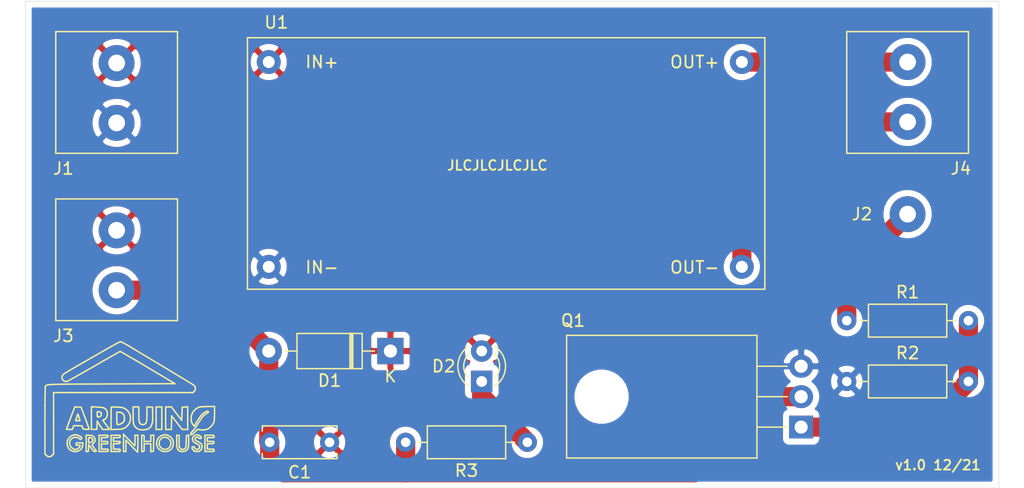
<source format=kicad_pcb>
(kicad_pcb (version 20171130) (host pcbnew "(5.1.9)-1")

  (general
    (thickness 1.6002)
    (drawings 722)
    (tracks 23)
    (zones 0)
    (modules 12)
    (nets 9)
  )

  (page A4)
  (layers
    (0 Front signal)
    (31 Back signal)
    (34 B.Paste user)
    (35 F.Paste user)
    (36 B.SilkS user)
    (37 F.SilkS user)
    (38 B.Mask user)
    (39 F.Mask user)
    (44 Edge.Cuts user)
    (45 Margin user)
    (46 B.CrtYd user)
    (47 F.CrtYd user)
    (49 F.Fab user)
  )

  (setup
    (last_trace_width 0.127)
    (user_trace_width 0.15)
    (user_trace_width 0.2)
    (user_trace_width 0.4)
    (user_trace_width 0.6)
    (user_trace_width 1)
    (user_trace_width 1.6)
    (trace_clearance 0.127)
    (zone_clearance 0.508)
    (zone_45_only no)
    (trace_min 0.127)
    (via_size 0.6)
    (via_drill 0.3)
    (via_min_size 0.6)
    (via_min_drill 0.3)
    (user_via 0.6 0.3)
    (user_via 0.9 0.4)
    (uvia_size 0.6858)
    (uvia_drill 0.3302)
    (uvias_allowed no)
    (uvia_min_size 0.2)
    (uvia_min_drill 0.1)
    (edge_width 0.0381)
    (segment_width 0.254)
    (pcb_text_width 0.3048)
    (pcb_text_size 1.524 1.524)
    (mod_edge_width 0.1524)
    (mod_text_size 0.8128 0.8128)
    (mod_text_width 0.1524)
    (pad_size 1.524 1.524)
    (pad_drill 0.762)
    (pad_to_mask_clearance 0)
    (solder_mask_min_width 0.2)
    (aux_axis_origin 0 0)
    (visible_elements 7FFFFFFF)
    (pcbplotparams
      (layerselection 0x010fc_ffffffff)
      (usegerberextensions true)
      (usegerberattributes false)
      (usegerberadvancedattributes false)
      (creategerberjobfile false)
      (excludeedgelayer true)
      (linewidth 0.200000)
      (plotframeref false)
      (viasonmask false)
      (mode 1)
      (useauxorigin false)
      (hpglpennumber 1)
      (hpglpenspeed 20)
      (hpglpendiameter 15.000000)
      (psnegative false)
      (psa4output false)
      (plotreference true)
      (plotvalue false)
      (plotinvisibletext false)
      (padsonsilk false)
      (subtractmaskfromsilk true)
      (outputformat 1)
      (mirror false)
      (drillshape 0)
      (scaleselection 1)
      (outputdirectory "gerber/"))
  )

  (net 0 "")
  (net 1 "Net-(C1-Pad2)")
  (net 2 +12V)
  (net 3 "Net-(D2-Pad1)")
  (net 4 GND)
  (net 5 "Net-(J2-Pad1)")
  (net 6 "Net-(J4-Pad2)")
  (net 7 "Net-(J4-Pad1)")
  (net 8 "Net-(Q1-Pad1)")

  (net_class Default "This is the default net class."
    (clearance 0.127)
    (trace_width 0.127)
    (via_dia 0.6)
    (via_drill 0.3)
    (uvia_dia 0.6858)
    (uvia_drill 0.3302)
    (diff_pair_width 0.1524)
    (diff_pair_gap 0.254)
    (add_net +12V)
    (add_net GND)
    (add_net "Net-(C1-Pad2)")
    (add_net "Net-(D2-Pad1)")
    (add_net "Net-(J2-Pad1)")
    (add_net "Net-(J4-Pad1)")
    (add_net "Net-(J4-Pad2)")
    (add_net "Net-(Q1-Pad1)")
  )

  (module Pumpe:LM2596PCB (layer Front) (tedit 61CDC639) (tstamp 61CEDA85)
    (at 121.92 39.37)
    (path /61CE6B89)
    (fp_text reference U1 (at 0.635 -3.31) (layer F.SilkS)
      (effects (font (size 1 1) (thickness 0.15)))
    )
    (fp_text value LM2596 (at 8.89 -3.175) (layer F.Fab)
      (effects (font (size 1 1) (thickness 0.15)))
    )
    (fp_line (start -1.778 -2.032) (end 41.422 -2.032) (layer F.SilkS) (width 0.12))
    (fp_line (start -1.778 -2.032) (end -1.778 18.968) (layer F.SilkS) (width 0.12))
    (fp_line (start 41.422 18.968) (end -1.778 18.968) (layer F.SilkS) (width 0.12))
    (fp_line (start 41.422 18.968) (end 41.422 -2.032) (layer F.SilkS) (width 0.12))
    (fp_text user OUT- (at 35.56 17.145) (layer F.SilkS)
      (effects (font (size 1 1) (thickness 0.15)))
    )
    (fp_text user OUT+ (at 35.56 0) (layer F.SilkS)
      (effects (font (size 1 1) (thickness 0.15)))
    )
    (fp_text user IN- (at 4.445 17.145) (layer F.SilkS)
      (effects (font (size 1 1) (thickness 0.15)))
    )
    (fp_text user IN+ (at 4.445 0) (layer F.SilkS)
      (effects (font (size 1 1) (thickness 0.15)))
    )
    (pad 4 thru_hole circle (at 39.5 17.1) (size 2 2) (drill 1) (layers *.Cu *.Mask)
      (net 6 "Net-(J4-Pad2)"))
    (pad 3 thru_hole circle (at 39.5 0) (size 2 2) (drill 1) (layers *.Cu *.Mask)
      (net 7 "Net-(J4-Pad1)"))
    (pad 2 thru_hole circle (at 0 17.1) (size 2 2) (drill 1) (layers *.Cu *.Mask)
      (net 4 GND))
    (pad 1 thru_hole circle (at 0 0) (size 2 2) (drill 1) (layers *.Cu *.Mask)
      (net 2 +12V))
  )

  (module Resistor_THT:R_Axial_DIN0207_L6.3mm_D2.5mm_P10.16mm_Horizontal (layer Front) (tedit 5AE5139B) (tstamp 61CEDA75)
    (at 143.51 71.12 180)
    (descr "Resistor, Axial_DIN0207 series, Axial, Horizontal, pin pitch=10.16mm, 0.25W = 1/4W, length*diameter=6.3*2.5mm^2, http://cdn-reichelt.de/documents/datenblatt/B400/1_4W%23YAG.pdf")
    (tags "Resistor Axial_DIN0207 series Axial Horizontal pin pitch 10.16mm 0.25W = 1/4W length 6.3mm diameter 2.5mm")
    (path /61CEBE00)
    (fp_text reference R3 (at 5.08 -2.37) (layer F.SilkS)
      (effects (font (size 1 1) (thickness 0.15)))
    )
    (fp_text value 600 (at 5.08 2.37) (layer F.Fab)
      (effects (font (size 1 1) (thickness 0.15)))
    )
    (fp_line (start 1.93 -1.25) (end 1.93 1.25) (layer F.Fab) (width 0.1))
    (fp_line (start 1.93 1.25) (end 8.23 1.25) (layer F.Fab) (width 0.1))
    (fp_line (start 8.23 1.25) (end 8.23 -1.25) (layer F.Fab) (width 0.1))
    (fp_line (start 8.23 -1.25) (end 1.93 -1.25) (layer F.Fab) (width 0.1))
    (fp_line (start 0 0) (end 1.93 0) (layer F.Fab) (width 0.1))
    (fp_line (start 10.16 0) (end 8.23 0) (layer F.Fab) (width 0.1))
    (fp_line (start 1.81 -1.37) (end 1.81 1.37) (layer F.SilkS) (width 0.12))
    (fp_line (start 1.81 1.37) (end 8.35 1.37) (layer F.SilkS) (width 0.12))
    (fp_line (start 8.35 1.37) (end 8.35 -1.37) (layer F.SilkS) (width 0.12))
    (fp_line (start 8.35 -1.37) (end 1.81 -1.37) (layer F.SilkS) (width 0.12))
    (fp_line (start 1.04 0) (end 1.81 0) (layer F.SilkS) (width 0.12))
    (fp_line (start 9.12 0) (end 8.35 0) (layer F.SilkS) (width 0.12))
    (fp_line (start -1.05 -1.5) (end -1.05 1.5) (layer F.CrtYd) (width 0.05))
    (fp_line (start -1.05 1.5) (end 11.21 1.5) (layer F.CrtYd) (width 0.05))
    (fp_line (start 11.21 1.5) (end 11.21 -1.5) (layer F.CrtYd) (width 0.05))
    (fp_line (start 11.21 -1.5) (end -1.05 -1.5) (layer F.CrtYd) (width 0.05))
    (fp_text user %R (at 5.08 0) (layer F.Fab)
      (effects (font (size 1 1) (thickness 0.15)))
    )
    (pad 2 thru_hole oval (at 10.16 0 180) (size 1.6 1.6) (drill 0.8) (layers *.Cu *.Mask)
      (net 1 "Net-(C1-Pad2)"))
    (pad 1 thru_hole circle (at 0 0 180) (size 1.6 1.6) (drill 0.8) (layers *.Cu *.Mask)
      (net 3 "Net-(D2-Pad1)"))
    (model ${KISYS3DMOD}/Resistor_THT.3dshapes/R_Axial_DIN0207_L6.3mm_D2.5mm_P10.16mm_Horizontal.wrl
      (at (xyz 0 0 0))
      (scale (xyz 1 1 1))
      (rotate (xyz 0 0 0))
    )
  )

  (module Resistor_THT:R_Axial_DIN0207_L6.3mm_D2.5mm_P10.16mm_Horizontal (layer Front) (tedit 5AE5139B) (tstamp 61CEDA5E)
    (at 170.18 66.04)
    (descr "Resistor, Axial_DIN0207 series, Axial, Horizontal, pin pitch=10.16mm, 0.25W = 1/4W, length*diameter=6.3*2.5mm^2, http://cdn-reichelt.de/documents/datenblatt/B400/1_4W%23YAG.pdf")
    (tags "Resistor Axial_DIN0207 series Axial Horizontal pin pitch 10.16mm 0.25W = 1/4W length 6.3mm diameter 2.5mm")
    (path /61CDCA66)
    (fp_text reference R2 (at 5.08 -2.37) (layer F.SilkS)
      (effects (font (size 1 1) (thickness 0.15)))
    )
    (fp_text value 100k (at 5.08 2.37) (layer F.Fab)
      (effects (font (size 1 1) (thickness 0.15)))
    )
    (fp_line (start 1.93 -1.25) (end 1.93 1.25) (layer F.Fab) (width 0.1))
    (fp_line (start 1.93 1.25) (end 8.23 1.25) (layer F.Fab) (width 0.1))
    (fp_line (start 8.23 1.25) (end 8.23 -1.25) (layer F.Fab) (width 0.1))
    (fp_line (start 8.23 -1.25) (end 1.93 -1.25) (layer F.Fab) (width 0.1))
    (fp_line (start 0 0) (end 1.93 0) (layer F.Fab) (width 0.1))
    (fp_line (start 10.16 0) (end 8.23 0) (layer F.Fab) (width 0.1))
    (fp_line (start 1.81 -1.37) (end 1.81 1.37) (layer F.SilkS) (width 0.12))
    (fp_line (start 1.81 1.37) (end 8.35 1.37) (layer F.SilkS) (width 0.12))
    (fp_line (start 8.35 1.37) (end 8.35 -1.37) (layer F.SilkS) (width 0.12))
    (fp_line (start 8.35 -1.37) (end 1.81 -1.37) (layer F.SilkS) (width 0.12))
    (fp_line (start 1.04 0) (end 1.81 0) (layer F.SilkS) (width 0.12))
    (fp_line (start 9.12 0) (end 8.35 0) (layer F.SilkS) (width 0.12))
    (fp_line (start -1.05 -1.5) (end -1.05 1.5) (layer F.CrtYd) (width 0.05))
    (fp_line (start -1.05 1.5) (end 11.21 1.5) (layer F.CrtYd) (width 0.05))
    (fp_line (start 11.21 1.5) (end 11.21 -1.5) (layer F.CrtYd) (width 0.05))
    (fp_line (start 11.21 -1.5) (end -1.05 -1.5) (layer F.CrtYd) (width 0.05))
    (fp_text user %R (at 5.08 0) (layer F.Fab)
      (effects (font (size 1 1) (thickness 0.15)))
    )
    (pad 2 thru_hole oval (at 10.16 0) (size 1.6 1.6) (drill 0.8) (layers *.Cu *.Mask)
      (net 8 "Net-(Q1-Pad1)"))
    (pad 1 thru_hole circle (at 0 0) (size 1.6 1.6) (drill 0.8) (layers *.Cu *.Mask)
      (net 4 GND))
    (model ${KISYS3DMOD}/Resistor_THT.3dshapes/R_Axial_DIN0207_L6.3mm_D2.5mm_P10.16mm_Horizontal.wrl
      (at (xyz 0 0 0))
      (scale (xyz 1 1 1))
      (rotate (xyz 0 0 0))
    )
  )

  (module Resistor_THT:R_Axial_DIN0207_L6.3mm_D2.5mm_P10.16mm_Horizontal (layer Front) (tedit 5AE5139B) (tstamp 61CEDA47)
    (at 170.18 60.96)
    (descr "Resistor, Axial_DIN0207 series, Axial, Horizontal, pin pitch=10.16mm, 0.25W = 1/4W, length*diameter=6.3*2.5mm^2, http://cdn-reichelt.de/documents/datenblatt/B400/1_4W%23YAG.pdf")
    (tags "Resistor Axial_DIN0207 series Axial Horizontal pin pitch 10.16mm 0.25W = 1/4W length 6.3mm diameter 2.5mm")
    (path /61CDA924)
    (fp_text reference R1 (at 5.08 -2.37) (layer F.SilkS)
      (effects (font (size 1 1) (thickness 0.15)))
    )
    (fp_text value 200 (at 5.08 2.37) (layer F.Fab)
      (effects (font (size 1 1) (thickness 0.15)))
    )
    (fp_line (start 1.93 -1.25) (end 1.93 1.25) (layer F.Fab) (width 0.1))
    (fp_line (start 1.93 1.25) (end 8.23 1.25) (layer F.Fab) (width 0.1))
    (fp_line (start 8.23 1.25) (end 8.23 -1.25) (layer F.Fab) (width 0.1))
    (fp_line (start 8.23 -1.25) (end 1.93 -1.25) (layer F.Fab) (width 0.1))
    (fp_line (start 0 0) (end 1.93 0) (layer F.Fab) (width 0.1))
    (fp_line (start 10.16 0) (end 8.23 0) (layer F.Fab) (width 0.1))
    (fp_line (start 1.81 -1.37) (end 1.81 1.37) (layer F.SilkS) (width 0.12))
    (fp_line (start 1.81 1.37) (end 8.35 1.37) (layer F.SilkS) (width 0.12))
    (fp_line (start 8.35 1.37) (end 8.35 -1.37) (layer F.SilkS) (width 0.12))
    (fp_line (start 8.35 -1.37) (end 1.81 -1.37) (layer F.SilkS) (width 0.12))
    (fp_line (start 1.04 0) (end 1.81 0) (layer F.SilkS) (width 0.12))
    (fp_line (start 9.12 0) (end 8.35 0) (layer F.SilkS) (width 0.12))
    (fp_line (start -1.05 -1.5) (end -1.05 1.5) (layer F.CrtYd) (width 0.05))
    (fp_line (start -1.05 1.5) (end 11.21 1.5) (layer F.CrtYd) (width 0.05))
    (fp_line (start 11.21 1.5) (end 11.21 -1.5) (layer F.CrtYd) (width 0.05))
    (fp_line (start 11.21 -1.5) (end -1.05 -1.5) (layer F.CrtYd) (width 0.05))
    (fp_text user %R (at 5.08 0) (layer F.Fab)
      (effects (font (size 1 1) (thickness 0.15)))
    )
    (pad 2 thru_hole oval (at 10.16 0) (size 1.6 1.6) (drill 0.8) (layers *.Cu *.Mask)
      (net 8 "Net-(Q1-Pad1)"))
    (pad 1 thru_hole circle (at 0 0) (size 1.6 1.6) (drill 0.8) (layers *.Cu *.Mask)
      (net 5 "Net-(J2-Pad1)"))
    (model ${KISYS3DMOD}/Resistor_THT.3dshapes/R_Axial_DIN0207_L6.3mm_D2.5mm_P10.16mm_Horizontal.wrl
      (at (xyz 0 0 0))
      (scale (xyz 1 1 1))
      (rotate (xyz 0 0 0))
    )
  )

  (module Package_TO_SOT_THT:TO-220-3_Horizontal_TabDown (layer Front) (tedit 5AC8BA0D) (tstamp 61CEDA30)
    (at 166.37 69.85 90)
    (descr "TO-220-3, Horizontal, RM 2.54mm, see https://www.vishay.com/docs/66542/to-220-1.pdf")
    (tags "TO-220-3 Horizontal RM 2.54mm")
    (path /61CDCC5C)
    (fp_text reference Q1 (at 8.89 -19.05 180) (layer F.SilkS)
      (effects (font (size 1 1) (thickness 0.15)))
    )
    (fp_text value TIP120 (at 2.54 2 90) (layer F.Fab)
      (effects (font (size 1 1) (thickness 0.15)))
    )
    (fp_circle (center 2.54 -16.66) (end 4.39 -16.66) (layer F.Fab) (width 0.1))
    (fp_line (start -2.46 -13.06) (end -2.46 -19.46) (layer F.Fab) (width 0.1))
    (fp_line (start -2.46 -19.46) (end 7.54 -19.46) (layer F.Fab) (width 0.1))
    (fp_line (start 7.54 -19.46) (end 7.54 -13.06) (layer F.Fab) (width 0.1))
    (fp_line (start 7.54 -13.06) (end -2.46 -13.06) (layer F.Fab) (width 0.1))
    (fp_line (start -2.46 -3.81) (end -2.46 -13.06) (layer F.Fab) (width 0.1))
    (fp_line (start -2.46 -13.06) (end 7.54 -13.06) (layer F.Fab) (width 0.1))
    (fp_line (start 7.54 -13.06) (end 7.54 -3.81) (layer F.Fab) (width 0.1))
    (fp_line (start 7.54 -3.81) (end -2.46 -3.81) (layer F.Fab) (width 0.1))
    (fp_line (start 0 -3.81) (end 0 0) (layer F.Fab) (width 0.1))
    (fp_line (start 2.54 -3.81) (end 2.54 0) (layer F.Fab) (width 0.1))
    (fp_line (start 5.08 -3.81) (end 5.08 0) (layer F.Fab) (width 0.1))
    (fp_line (start -2.58 -3.69) (end 7.66 -3.69) (layer F.SilkS) (width 0.12))
    (fp_line (start -2.58 -19.58) (end 7.66 -19.58) (layer F.SilkS) (width 0.12))
    (fp_line (start -2.58 -19.58) (end -2.58 -3.69) (layer F.SilkS) (width 0.12))
    (fp_line (start 7.66 -19.58) (end 7.66 -3.69) (layer F.SilkS) (width 0.12))
    (fp_line (start 0 -3.69) (end 0 -1.15) (layer F.SilkS) (width 0.12))
    (fp_line (start 2.54 -3.69) (end 2.54 -1.15) (layer F.SilkS) (width 0.12))
    (fp_line (start 5.08 -3.69) (end 5.08 -1.15) (layer F.SilkS) (width 0.12))
    (fp_line (start -2.71 -19.71) (end -2.71 1.25) (layer F.CrtYd) (width 0.05))
    (fp_line (start -2.71 1.25) (end 7.79 1.25) (layer F.CrtYd) (width 0.05))
    (fp_line (start 7.79 1.25) (end 7.79 -19.71) (layer F.CrtYd) (width 0.05))
    (fp_line (start 7.79 -19.71) (end -2.71 -19.71) (layer F.CrtYd) (width 0.05))
    (fp_text user %R (at 2.54 -20.58 90) (layer F.Fab)
      (effects (font (size 1 1) (thickness 0.15)))
    )
    (pad 3 thru_hole oval (at 5.08 0 90) (size 1.905 2) (drill 1.1) (layers *.Cu *.Mask)
      (net 4 GND))
    (pad 2 thru_hole oval (at 2.54 0 90) (size 1.905 2) (drill 1.1) (layers *.Cu *.Mask)
      (net 1 "Net-(C1-Pad2)"))
    (pad 1 thru_hole rect (at 0 0 90) (size 1.905 2) (drill 1.1) (layers *.Cu *.Mask)
      (net 8 "Net-(Q1-Pad1)"))
    (pad "" np_thru_hole oval (at 2.54 -16.66 90) (size 3.5 3.5) (drill 3.5) (layers *.Cu *.Mask))
    (model ${KISYS3DMOD}/Package_TO_SOT_THT.3dshapes/TO-220-3_Horizontal_TabDown.wrl
      (at (xyz 0 0 0))
      (scale (xyz 1 1 1))
      (rotate (xyz 0 0 0))
    )
  )

  (module Pumpe:ConnectorRM5 (layer Front) (tedit 61CDC030) (tstamp 61CEDA10)
    (at 175.26 39.37 270)
    (path /61CE98A9)
    (fp_text reference J4 (at 8.89 -4.445 180) (layer F.SilkS)
      (effects (font (size 1 1) (thickness 0.15)))
    )
    (fp_text value Conn_01x02_Female (at 2.54 -8.89 90) (layer F.Fab)
      (effects (font (size 1 1) (thickness 0.15)))
    )
    (fp_line (start -2.54 0) (end -2.54 -5.08) (layer F.SilkS) (width 0.12))
    (fp_line (start -2.54 -5.08) (end 7.62 -5.08) (layer F.SilkS) (width 0.12))
    (fp_line (start 7.62 -5.08) (end 7.62 5.08) (layer F.SilkS) (width 0.12))
    (fp_line (start 7.62 5.08) (end -2.54 5.08) (layer F.SilkS) (width 0.12))
    (fp_line (start -2.54 5.08) (end -2.54 0) (layer F.SilkS) (width 0.12))
    (pad 2 thru_hole circle (at 5 0 270) (size 3 3) (drill 1.4) (layers *.Cu *.Mask)
      (net 6 "Net-(J4-Pad2)"))
    (pad 1 thru_hole circle (at 0 0 270) (size 3 3) (drill 1.4) (layers *.Cu *.Mask)
      (net 7 "Net-(J4-Pad1)"))
  )

  (module Pumpe:ConnectorRM5 (layer Front) (tedit 61CDC030) (tstamp 61CEDA05)
    (at 109.22 58.42 90)
    (path /61CDEE9D)
    (fp_text reference J3 (at -3.81 -4.445 180) (layer F.SilkS)
      (effects (font (size 1 1) (thickness 0.15)))
    )
    (fp_text value Conn_01x02_Female (at 2.54 -8.89 90) (layer F.Fab)
      (effects (font (size 1 1) (thickness 0.15)))
    )
    (fp_line (start -2.54 0) (end -2.54 -5.08) (layer F.SilkS) (width 0.12))
    (fp_line (start -2.54 -5.08) (end 7.62 -5.08) (layer F.SilkS) (width 0.12))
    (fp_line (start 7.62 -5.08) (end 7.62 5.08) (layer F.SilkS) (width 0.12))
    (fp_line (start 7.62 5.08) (end -2.54 5.08) (layer F.SilkS) (width 0.12))
    (fp_line (start -2.54 5.08) (end -2.54 0) (layer F.SilkS) (width 0.12))
    (pad 2 thru_hole circle (at 5 0 90) (size 3 3) (drill 1.4) (layers *.Cu *.Mask)
      (net 2 +12V))
    (pad 1 thru_hole circle (at 0 0 90) (size 3 3) (drill 1.4) (layers *.Cu *.Mask)
      (net 1 "Net-(C1-Pad2)"))
  )

  (module Pumpe:Conncetor1 (layer Front) (tedit 61CDC13F) (tstamp 61CED9FA)
    (at 175.26 48.26)
    (path /61CEE1B2)
    (fp_text reference J2 (at -3.81 3.81) (layer F.SilkS)
      (effects (font (size 1 1) (thickness 0.15)))
    )
    (fp_text value Conn_01x01_Female (at -1.27 0) (layer F.Fab)
      (effects (font (size 1 1) (thickness 0.15)))
    )
    (pad 1 thru_hole circle (at 0 3.81) (size 3 3) (drill 1.4) (layers *.Cu *.Mask)
      (net 5 "Net-(J2-Pad1)"))
  )

  (module Pumpe:ConnectorRM5 (layer Front) (tedit 61CDC030) (tstamp 61CED9F5)
    (at 109.22 44.45 90)
    (path /61CE45C5)
    (fp_text reference J1 (at -3.81 -4.445 180) (layer F.SilkS)
      (effects (font (size 1 1) (thickness 0.15)))
    )
    (fp_text value Conn_01x02_Female (at 2.54 -8.89 90) (layer F.Fab)
      (effects (font (size 1 1) (thickness 0.15)))
    )
    (fp_line (start -2.54 0) (end -2.54 -5.08) (layer F.SilkS) (width 0.12))
    (fp_line (start -2.54 -5.08) (end 7.62 -5.08) (layer F.SilkS) (width 0.12))
    (fp_line (start 7.62 -5.08) (end 7.62 5.08) (layer F.SilkS) (width 0.12))
    (fp_line (start 7.62 5.08) (end -2.54 5.08) (layer F.SilkS) (width 0.12))
    (fp_line (start -2.54 5.08) (end -2.54 0) (layer F.SilkS) (width 0.12))
    (pad 2 thru_hole circle (at 5 0 90) (size 3 3) (drill 1.4) (layers *.Cu *.Mask)
      (net 2 +12V))
    (pad 1 thru_hole circle (at 0 0 90) (size 3 3) (drill 1.4) (layers *.Cu *.Mask)
      (net 4 GND))
  )

  (module LED_THT:LED_D3.0mm (layer Front) (tedit 587A3A7B) (tstamp 61CED9EA)
    (at 139.7 66.04 90)
    (descr "LED, diameter 3.0mm, 2 pins")
    (tags "LED diameter 3.0mm 2 pins")
    (path /61CEACB1)
    (fp_text reference D2 (at 1.27 -3.175 180) (layer F.SilkS)
      (effects (font (size 1 1) (thickness 0.15)))
    )
    (fp_text value LED (at 1.27 2.96 90) (layer F.Fab)
      (effects (font (size 1 1) (thickness 0.15)))
    )
    (fp_circle (center 1.27 0) (end 2.77 0) (layer F.Fab) (width 0.1))
    (fp_line (start -0.23 -1.16619) (end -0.23 1.16619) (layer F.Fab) (width 0.1))
    (fp_line (start -0.29 -1.236) (end -0.29 -1.08) (layer F.SilkS) (width 0.12))
    (fp_line (start -0.29 1.08) (end -0.29 1.236) (layer F.SilkS) (width 0.12))
    (fp_line (start -1.15 -2.25) (end -1.15 2.25) (layer F.CrtYd) (width 0.05))
    (fp_line (start -1.15 2.25) (end 3.7 2.25) (layer F.CrtYd) (width 0.05))
    (fp_line (start 3.7 2.25) (end 3.7 -2.25) (layer F.CrtYd) (width 0.05))
    (fp_line (start 3.7 -2.25) (end -1.15 -2.25) (layer F.CrtYd) (width 0.05))
    (fp_arc (start 1.27 0) (end 0.229039 1.08) (angle -87.9) (layer F.SilkS) (width 0.12))
    (fp_arc (start 1.27 0) (end 0.229039 -1.08) (angle 87.9) (layer F.SilkS) (width 0.12))
    (fp_arc (start 1.27 0) (end -0.29 1.235516) (angle -108.8) (layer F.SilkS) (width 0.12))
    (fp_arc (start 1.27 0) (end -0.29 -1.235516) (angle 108.8) (layer F.SilkS) (width 0.12))
    (fp_arc (start 1.27 0) (end -0.23 -1.16619) (angle 284.3) (layer F.Fab) (width 0.1))
    (pad 2 thru_hole circle (at 2.54 0 90) (size 1.8 1.8) (drill 0.9) (layers *.Cu *.Mask)
      (net 2 +12V))
    (pad 1 thru_hole rect (at 0 0 90) (size 1.8 1.8) (drill 0.9) (layers *.Cu *.Mask)
      (net 3 "Net-(D2-Pad1)"))
    (model ${KISYS3DMOD}/LED_THT.3dshapes/LED_D3.0mm.wrl
      (at (xyz 0 0 0))
      (scale (xyz 1 1 1))
      (rotate (xyz 0 0 0))
    )
  )

  (module Diode_THT:D_DO-41_SOD81_P10.16mm_Horizontal (layer Front) (tedit 5AE50CD5) (tstamp 61CED9D7)
    (at 132.08 63.5 180)
    (descr "Diode, DO-41_SOD81 series, Axial, Horizontal, pin pitch=10.16mm, , length*diameter=5.2*2.7mm^2, , http://www.diodes.com/_files/packages/DO-41%20(Plastic).pdf")
    (tags "Diode DO-41_SOD81 series Axial Horizontal pin pitch 10.16mm  length 5.2mm diameter 2.7mm")
    (path /61CF0742)
    (fp_text reference D1 (at 5.08 -2.47) (layer F.SilkS)
      (effects (font (size 1 1) (thickness 0.15)))
    )
    (fp_text value D (at 5.08 2.47) (layer F.Fab)
      (effects (font (size 1 1) (thickness 0.15)))
    )
    (fp_line (start 2.48 -1.35) (end 2.48 1.35) (layer F.Fab) (width 0.1))
    (fp_line (start 2.48 1.35) (end 7.68 1.35) (layer F.Fab) (width 0.1))
    (fp_line (start 7.68 1.35) (end 7.68 -1.35) (layer F.Fab) (width 0.1))
    (fp_line (start 7.68 -1.35) (end 2.48 -1.35) (layer F.Fab) (width 0.1))
    (fp_line (start 0 0) (end 2.48 0) (layer F.Fab) (width 0.1))
    (fp_line (start 10.16 0) (end 7.68 0) (layer F.Fab) (width 0.1))
    (fp_line (start 3.26 -1.35) (end 3.26 1.35) (layer F.Fab) (width 0.1))
    (fp_line (start 3.36 -1.35) (end 3.36 1.35) (layer F.Fab) (width 0.1))
    (fp_line (start 3.16 -1.35) (end 3.16 1.35) (layer F.Fab) (width 0.1))
    (fp_line (start 2.36 -1.47) (end 2.36 1.47) (layer F.SilkS) (width 0.12))
    (fp_line (start 2.36 1.47) (end 7.8 1.47) (layer F.SilkS) (width 0.12))
    (fp_line (start 7.8 1.47) (end 7.8 -1.47) (layer F.SilkS) (width 0.12))
    (fp_line (start 7.8 -1.47) (end 2.36 -1.47) (layer F.SilkS) (width 0.12))
    (fp_line (start 1.34 0) (end 2.36 0) (layer F.SilkS) (width 0.12))
    (fp_line (start 8.82 0) (end 7.8 0) (layer F.SilkS) (width 0.12))
    (fp_line (start 3.26 -1.47) (end 3.26 1.47) (layer F.SilkS) (width 0.12))
    (fp_line (start 3.38 -1.47) (end 3.38 1.47) (layer F.SilkS) (width 0.12))
    (fp_line (start 3.14 -1.47) (end 3.14 1.47) (layer F.SilkS) (width 0.12))
    (fp_line (start -1.35 -1.6) (end -1.35 1.6) (layer F.CrtYd) (width 0.05))
    (fp_line (start -1.35 1.6) (end 11.51 1.6) (layer F.CrtYd) (width 0.05))
    (fp_line (start 11.51 1.6) (end 11.51 -1.6) (layer F.CrtYd) (width 0.05))
    (fp_line (start 11.51 -1.6) (end -1.35 -1.6) (layer F.CrtYd) (width 0.05))
    (fp_text user K (at 0 -2.1) (layer F.SilkS)
      (effects (font (size 1 1) (thickness 0.15)))
    )
    (fp_text user K (at 0 -2.1) (layer F.Fab)
      (effects (font (size 1 1) (thickness 0.15)))
    )
    (fp_text user %R (at -1.27 3.81) (layer F.Fab)
      (effects (font (size 1 1) (thickness 0.15)))
    )
    (pad 2 thru_hole oval (at 10.16 0 180) (size 2.2 2.2) (drill 1.1) (layers *.Cu *.Mask)
      (net 1 "Net-(C1-Pad2)"))
    (pad 1 thru_hole rect (at 0 0 180) (size 2.2 2.2) (drill 1.1) (layers *.Cu *.Mask)
      (net 2 +12V))
    (model ${KISYS3DMOD}/Diode_THT.3dshapes/D_DO-41_SOD81_P10.16mm_Horizontal.wrl
      (at (xyz 0 0 0))
      (scale (xyz 1 1 1))
      (rotate (xyz 0 0 0))
    )
  )

  (module Capacitor_THT:C_Disc_D6.0mm_W2.5mm_P5.00mm (layer Front) (tedit 5AE50EF0) (tstamp 61CED9B8)
    (at 127 71.12 180)
    (descr "C, Disc series, Radial, pin pitch=5.00mm, , diameter*width=6*2.5mm^2, Capacitor, http://cdn-reichelt.de/documents/datenblatt/B300/DS_KERKO_TC.pdf")
    (tags "C Disc series Radial pin pitch 5.00mm  diameter 6mm width 2.5mm Capacitor")
    (path /61CDE2AE)
    (fp_text reference C1 (at 2.5 -2.5) (layer F.SilkS)
      (effects (font (size 1 1) (thickness 0.15)))
    )
    (fp_text value 10nF (at 2.5 2.5) (layer F.Fab)
      (effects (font (size 1 1) (thickness 0.15)))
    )
    (fp_line (start -0.5 -1.25) (end -0.5 1.25) (layer F.Fab) (width 0.1))
    (fp_line (start -0.5 1.25) (end 5.5 1.25) (layer F.Fab) (width 0.1))
    (fp_line (start 5.5 1.25) (end 5.5 -1.25) (layer F.Fab) (width 0.1))
    (fp_line (start 5.5 -1.25) (end -0.5 -1.25) (layer F.Fab) (width 0.1))
    (fp_line (start -0.62 -1.37) (end 5.62 -1.37) (layer F.SilkS) (width 0.12))
    (fp_line (start -0.62 1.37) (end 5.62 1.37) (layer F.SilkS) (width 0.12))
    (fp_line (start -0.62 -1.37) (end -0.62 -0.925) (layer F.SilkS) (width 0.12))
    (fp_line (start -0.62 0.925) (end -0.62 1.37) (layer F.SilkS) (width 0.12))
    (fp_line (start 5.62 -1.37) (end 5.62 -0.925) (layer F.SilkS) (width 0.12))
    (fp_line (start 5.62 0.925) (end 5.62 1.37) (layer F.SilkS) (width 0.12))
    (fp_line (start -1.05 -1.5) (end -1.05 1.5) (layer F.CrtYd) (width 0.05))
    (fp_line (start -1.05 1.5) (end 6.05 1.5) (layer F.CrtYd) (width 0.05))
    (fp_line (start 6.05 1.5) (end 6.05 -1.5) (layer F.CrtYd) (width 0.05))
    (fp_line (start 6.05 -1.5) (end -1.05 -1.5) (layer F.CrtYd) (width 0.05))
    (fp_text user %R (at 7.62 0) (layer F.Fab)
      (effects (font (size 1 1) (thickness 0.15)))
    )
    (pad 2 thru_hole circle (at 5 0 180) (size 1.6 1.6) (drill 0.8) (layers *.Cu *.Mask)
      (net 1 "Net-(C1-Pad2)"))
    (pad 1 thru_hole circle (at 0 0 180) (size 1.6 1.6) (drill 0.8) (layers *.Cu *.Mask)
      (net 2 +12V))
    (model ${KISYS3DMOD}/Capacitor_THT.3dshapes/C_Disc_D6.0mm_W2.5mm_P5.00mm.wrl
      (at (xyz 0 0 0))
      (scale (xyz 1 1 1))
      (rotate (xyz 0 0 0))
    )
  )

  (gr_text JLCJLCJLCJLC (at 141 48) (layer F.SilkS)
    (effects (font (size 0.8128 0.8128) (thickness 0.1524)))
  )
  (gr_line (start 182.88 74.93) (end 101.6 74.93) (layer Edge.Cuts) (width 0.0381))
  (gr_text "v1.0 12/21" (at 177.8 73.025) (layer F.SilkS)
    (effects (font (size 0.8128 0.8128) (thickness 0.1524)))
  )
  (gr_arc (start 115.63665 71.587322) (end 115.686934 71.502208) (angle -19.72461519) (layer F.SilkS) (width 0.12))
  (gr_arc (start 115.592089 71.572971) (end 115.541791 71.512284) (angle -51.8376129) (layer F.SilkS) (width 0.12))
  (gr_arc (start 115.61386 71.59924) (end 115.613861 71.4863) (angle -39.65183274) (layer F.SilkS) (width 0.12))
  (gr_arc (start 115.991103 71.369877) (end 115.739342 71.609175) (angle -16.30288892) (layer F.SilkS) (width 0.12))
  (gr_arc (start 115.947922 71.568208) (end 115.911831 71.70918) (angle -31.96902188) (layer F.SilkS) (width 0.12))
  (gr_arc (start 116.000515 71.549494) (end 116.047694 71.87597) (angle -18.86511257) (layer F.SilkS) (width 0.12))
  (gr_arc (start 115.852691 70.853555) (end 115.768667 70.826885) (angle -48.03320579) (layer F.SilkS) (width 0.12))
  (gr_arc (start 116.186475 70.725197) (end 116.283774 70.69237) (angle -22.0485827) (layer F.SilkS) (width 0.12))
  (gr_arc (start 115.959119 70.791055) (end 115.776674 70.898196) (angle -27.26083359) (layer F.SilkS) (width 0.12))
  (gr_arc (start 115.456144 72.168602) (end 116.206841 71.181579) (angle -11.76805452) (layer F.SilkS) (width 0.12))
  (gr_arc (start 115.841487 71.614193) (end 115.742423 71.863758) (angle -15.05625956) (layer F.SilkS) (width 0.12))
  (gr_arc (start 115.806461 71.545378) (end 115.713861 71.545378) (angle -43.54615438) (layer F.SilkS) (width 0.12))
  (gr_arc (start 115.933852 71.523876) (end 115.991944 71.706909) (angle -24.48334513) (layer F.SilkS) (width 0.12))
  (gr_arc (start 115.887974 71.478894) (end 116.115705 71.597708) (angle -19.87020061) (layer F.SilkS) (width 0.12))
  (gr_arc (start 106.809402 71.827073) (end 106.828392 71.8757) (angle -47.89571059) (layer F.SilkS) (width 0.12))
  (gr_arc (start 106.772108 71.731578) (end 106.772108 71.8863) (angle -21.33219505) (layer F.SilkS) (width 0.12))
  (gr_arc (start 116.031692 71.61045) (end 116.150722 71.843177) (angle -21.75880814) (layer F.SilkS) (width 0.12))
  (gr_line (start 106.673861 71.201641) (end 106.673861 71.8863) (layer F.SilkS) (width 0.12))
  (gr_arc (start 116.187581 70.718145) (end 116.140211 70.789031) (angle -31.68780812) (layer F.SilkS) (width 0.12))
  (gr_arc (start 115.613861 71.706234) (end 115.655257 71.490232) (angle -10.84920961) (layer F.SilkS) (width 0.12))
  (gr_arc (start 115.955587 70.86312) (end 116.024686 70.703199) (angle -24.38523257) (layer F.SilkS) (width 0.12))
  (gr_arc (start 115.955695 70.869156) (end 115.952495 70.688937) (angle -23.9081378) (layer F.SilkS) (width 0.12))
  (gr_arc (start 115.975642 70.912078) (end 115.879731 70.705697) (angle -20.07444801) (layer F.SilkS) (width 0.12))
  (gr_arc (start 115.821995 71.038608) (end 116.264335 70.658246) (angle -6.096436872) (layer F.SilkS) (width 0.12))
  (gr_arc (start 116.204286 70.699542) (end 116.268463 70.752804) (angle -23.7727907) (layer F.SilkS) (width 0.12))
  (gr_arc (start 116.031667 71.380998) (end 115.621344 71.774112) (angle -8.480028593) (layer F.SilkS) (width 0.12))
  (gr_arc (start 116.111063 70.622173) (end 116.225891 70.791448) (angle -16.15877045) (layer F.SilkS) (width 0.12))
  (gr_arc (start 116.582971 69.804816) (end 115.846013 70.969864) (angle -6.828323264) (layer F.SilkS) (width 0.12))
  (gr_arc (start 116.004683 71.346499) (end 115.81664 71.670226) (angle -15.79089132) (layer F.SilkS) (width 0.12))
  (gr_arc (start 115.66935 71.545378) (end 115.713861 71.545378) (angle -32.99032565) (layer F.SilkS) (width 0.12))
  (gr_arc (start 116.056152 71.357539) (end 115.540816 71.669018) (angle -12.62345907) (layer F.SilkS) (width 0.12))
  (gr_arc (start 115.656503 71.553718) (end 115.706684 71.521142) (angle -26.4359699) (layer F.SilkS) (width 0.12))
  (gr_arc (start 116.187005 70.734124) (end 116.184509 70.803347) (angle -36.21651288) (layer F.SilkS) (width 0.12))
  (gr_arc (start 115.867189 71.466675) (end 116.228514 71.782472) (angle -13.80896569) (layer F.SilkS) (width 0.12))
  (gr_arc (start 115.831343 71.639748) (end 115.6838 71.830322) (angle -16.09674083) (layer F.SilkS) (width 0.12))
  (gr_arc (start 115.917182 71.482834) (end 116.14253 71.513231) (angle -21.77152699) (layer F.SilkS) (width 0.12))
  (gr_arc (start 115.943612 70.890835) (end 116.088146 70.7463) (angle -21.6318394) (layer F.SilkS) (width 0.12))
  (gr_arc (start 116.331167 70.503281) (end 116.088146 70.7463) (angle -11.24683351) (layer F.SilkS) (width 0.12))
  (gr_arc (start 115.903974 71.073645) (end 115.810653 71.880925) (angle -6.594069942) (layer F.SilkS) (width 0.12))
  (gr_arc (start 106.644855 71.764659) (end 106.858213 71.845587) (angle -17.12994865) (layer F.SilkS) (width 0.12))
  (gr_arc (start 115.947077 70.883513) (end 115.81472 70.751156) (angle -27.39052341) (layer F.SilkS) (width 0.12))
  (gr_arc (start 115.946069 70.90884) (end 116.122717 70.5454) (angle -17.11946497) (layer F.SilkS) (width 0.12))
  (gr_arc (start 115.783692 71.423497) (end 116.293447 71.687101) (angle -20.14290242) (layer F.SilkS) (width 0.12))
  (gr_arc (start 115.963959 71.500922) (end 116.326213 71.328457) (angle -27.28591435) (layer F.SilkS) (width 0.12))
  (gr_arc (start 115.897893 71.484069) (end 116.062575 71.666376) (angle -20.35529279) (layer F.SilkS) (width 0.12))
  (gr_line (start 106.673861 71.8863) (end 106.772108 71.8863) (layer F.SilkS) (width 0.12))
  (gr_arc (start 116.235842 70.708541) (end 116.284488 70.722414) (angle -34.56068189) (layer F.SilkS) (width 0.12))
  (gr_arc (start 115.948435 70.948666) (end 115.886095 70.508721) (angle -16.0331124) (layer F.SilkS) (width 0.12))
  (gr_arc (start 115.944358 70.919893) (end 116.007906 70.509504) (angle -16.86737951) (layer F.SilkS) (width 0.12))
  (gr_arc (start 115.948391 70.904064) (end 116.221438 70.613419) (angle -17.29015755) (layer F.SilkS) (width 0.12))
  (gr_arc (start 116.054668 71.457736) (end 116.353044 71.495438) (angle -32.66006602) (layer F.SilkS) (width 0.12))
  (gr_arc (start 115.903973 70.881424) (end 115.903974 71.8863) (angle -8.222768704) (layer F.SilkS) (width 0.12))
  (gr_arc (start 115.704562 71.570047) (end 115.513294 71.57502) (angle -29.66010181) (layer F.SilkS) (width 0.12))
  (gr_arc (start 109.460218 70.668931) (end 109.475861 70.712729) (angle -51.34481247) (layer F.SilkS) (width 0.12))
  (gr_arc (start 109.381256 71.552172) (end 109.385787 71.884584) (angle -13.96264041) (layer F.SilkS) (width 0.12))
  (gr_line (start 107.953861 71.6863) (end 107.953861 71.4663) (layer F.SilkS) (width 0.12))
  (gr_line (start 108.953861 71.0463) (end 108.953861 70.8863) (layer F.SilkS) (width 0.12))
  (gr_line (start 108.213861 71.0463) (end 107.953861 71.0463) (layer F.SilkS) (width 0.12))
  (gr_arc (start 108.455119 70.585543) (end 108.499424 70.56556) (angle -52.05174113) (layer F.SilkS) (width 0.12))
  (gr_arc (start 108.285556 71.1463) (end 108.473861 71.1463) (angle -17.82216578) (layer F.SilkS) (width 0.12))
  (gr_arc (start 109.363941 70.966821) (end 109.383577 71.228643) (angle -15.51441508) (layer F.SilkS) (width 0.12))
  (gr_arc (start 109.408821 70.525018) (end 109.413284 70.724291) (angle -18.37060482) (layer F.SilkS) (width 0.12))
  (gr_line (start 109.233861 70.7263) (end 109.413284 70.724291) (layer F.SilkS) (width 0.12))
  (gr_line (start 108.953861 70.7263) (end 109.233861 70.7263) (layer F.SilkS) (width 0.12))
  (gr_arc (start 109.336422 71.7863) (end 109.513861 71.7863) (angle -19.00145848) (layer F.SilkS) (width 0.12))
  (gr_line (start 109.133861 71.8863) (end 109.385787 71.884584) (layer F.SilkS) (width 0.12))
  (gr_line (start 109.415006 71.048189) (end 109.236643 71.0463) (layer F.SilkS) (width 0.12))
  (gr_line (start 108.953861 70.8863) (end 108.953861 70.7263) (layer F.SilkS) (width 0.12))
  (gr_line (start 109.236643 71.0463) (end 108.953861 71.0463) (layer F.SilkS) (width 0.12))
  (gr_arc (start 109.429034 71.147588) (end 109.452894 71.21385) (angle -37.4779866) (layer F.SilkS) (width 0.12))
  (gr_arc (start 109.410512 71.260344) (end 109.477617 71.059031) (angle -17.22156377) (layer F.SilkS) (width 0.12))
  (gr_arc (start 108.363941 70.446821) (end 108.383577 70.708643) (angle -15.51441508) (layer F.SilkS) (width 0.12))
  (gr_arc (start 109.465108 71.096556) (end 109.503126 71.085636) (angle -55.53996423) (layer F.SilkS) (width 0.12))
  (gr_arc (start 109.386258 71.119203) (end 109.506643 71.1363) (angle -24.10829385) (layer F.SilkS) (width 0.12))
  (gr_line (start 108.753861 71.2063) (end 108.753861 71.8863) (layer F.SilkS) (width 0.12))
  (gr_line (start 107.953861 71.0463) (end 107.953861 70.888128) (layer F.SilkS) (width 0.12))
  (gr_arc (start 108.384452 70.598947) (end 108.488287 70.665655) (angle -24.63514127) (layer F.SilkS) (width 0.12))
  (gr_line (start 108.953861 71.6863) (end 108.953861 71.468128) (layer F.SilkS) (width 0.12))
  (gr_arc (start 109.384452 71.118947) (end 109.488287 71.185655) (angle -24.63514127) (layer F.SilkS) (width 0.12))
  (gr_line (start 109.223861 71.238128) (end 109.383577 71.228643) (layer F.SilkS) (width 0.12))
  (gr_arc (start 108.421539 71.102583) (end 108.464824 71.088667) (angle -51.14040772) (layer F.SilkS) (width 0.12))
  (gr_line (start 108.953861 71.468128) (end 108.953861 71.249956) (layer F.SilkS) (width 0.12))
  (gr_line (start 109.233861 71.6863) (end 108.953861 71.6863) (layer F.SilkS) (width 0.12))
  (gr_arc (start 108.421539 71.190018) (end 108.437861 71.232454) (angle -51.14040772) (layer F.SilkS) (width 0.12))
  (gr_arc (start 109.452147 71.821557) (end 109.465861 71.873669) (angle -50.22174953) (layer F.SilkS) (width 0.12))
  (gr_line (start 109.413284 71.68831) (end 109.233861 71.6863) (layer F.SilkS) (width 0.12))
  (gr_arc (start 109.408821 71.887583) (end 109.475861 71.699872) (angle -18.37060482) (layer F.SilkS) (width 0.12))
  (gr_arc (start 109.460218 71.74367) (end 109.504192 71.728528) (angle -51.34481247) (layer F.SilkS) (width 0.12))
  (gr_line (start 108.384989 70.527975) (end 108.136643 70.5263) (layer F.SilkS) (width 0.12))
  (gr_line (start 107.753861 70.5263) (end 107.753861 71.2063) (layer F.SilkS) (width 0.12))
  (gr_arc (start 108.285556 71.146301) (end 108.464824 71.203934) (angle -17.82216578) (layer F.SilkS) (width 0.12))
  (gr_arc (start 108.374293 71.067178) (end 108.378802 71.2442) (angle -19.57833127) (layer F.SilkS) (width 0.12))
  (gr_line (start 108.136643 70.5263) (end 107.753861 70.5263) (layer F.SilkS) (width 0.12))
  (gr_arc (start 108.374293 71.225423) (end 108.437861 71.060147) (angle -19.57833127) (layer F.SilkS) (width 0.12))
  (gr_line (start 108.213861 71.2463) (end 108.378802 71.2442) (layer F.SilkS) (width 0.12))
  (gr_line (start 107.953861 71.4663) (end 107.953861 71.2463) (layer F.SilkS) (width 0.12))
  (gr_line (start 107.953861 71.2463) (end 108.213861 71.2463) (layer F.SilkS) (width 0.12))
  (gr_line (start 108.233861 71.6863) (end 107.953861 71.6863) (layer F.SilkS) (width 0.12))
  (gr_arc (start 108.415596 70.60337) (end 108.506643 70.6163) (angle -32.36022195) (layer F.SilkS) (width 0.12))
  (gr_line (start 107.953861 70.888128) (end 107.953861 70.729956) (layer F.SilkS) (width 0.12))
  (gr_arc (start 108.429034 70.627588) (end 108.452894 70.69385) (angle -37.4779866) (layer F.SilkS) (width 0.12))
  (gr_line (start 108.223861 70.718128) (end 108.383577 70.708643) (layer F.SilkS) (width 0.12))
  (gr_arc (start 108.38005 70.894163) (end 108.466607 70.538318) (angle -12.89854091) (layer F.SilkS) (width 0.12))
  (gr_line (start 108.753861 71.8863) (end 109.133861 71.8863) (layer F.SilkS) (width 0.12))
  (gr_line (start 111.313861 71.8863) (end 111.413861 71.8863) (layer F.SilkS) (width 0.12))
  (gr_line (start 111.313861 71.2063) (end 111.313861 71.8863) (layer F.SilkS) (width 0.12))
  (gr_line (start 108.753861 70.5263) (end 108.753861 71.2063) (layer F.SilkS) (width 0.12))
  (gr_line (start 109.133861 70.5263) (end 108.753861 70.5263) (layer F.SilkS) (width 0.12))
  (gr_line (start 109.385787 70.528017) (end 109.133861 70.5263) (layer F.SilkS) (width 0.12))
  (gr_arc (start 109.381256 70.860429) (end 109.465861 70.538932) (angle -13.96264041) (layer F.SilkS) (width 0.12))
  (gr_line (start 108.953861 71.249956) (end 109.223861 71.238128) (layer F.SilkS) (width 0.12))
  (gr_line (start 107.953861 70.729956) (end 108.223861 70.718128) (layer F.SilkS) (width 0.12))
  (gr_arc (start 109.376659 71.786301) (end 109.500971 71.84436) (angle -25.0346915) (layer F.SilkS) (width 0.12))
  (gr_arc (start 109.452147 70.591044) (end 109.500971 70.568241) (angle -50.22174953) (layer F.SilkS) (width 0.12))
  (gr_line (start 108.378802 71.048401) (end 108.213861 71.0463) (layer F.SilkS) (width 0.12))
  (gr_arc (start 109.376659 70.6263) (end 109.513861 70.6263) (angle -25.0346915) (layer F.SilkS) (width 0.12))
  (gr_arc (start 109.336422 70.626301) (end 109.504192 70.684073) (angle -19.00145848) (layer F.SilkS) (width 0.12))
  (gr_arc (start 107.026394 70.936824) (end 107.216898 70.886961) (angle -27.47704881) (layer F.SilkS) (width 0.12))
  (gr_line (start 106.872585 71.779155) (end 106.882108 71.5963) (layer F.SilkS) (width 0.12))
  (gr_line (start 106.673861 70.516981) (end 106.673861 71.201641) (layer F.SilkS) (width 0.12))
  (gr_line (start 108.413284 71.68831) (end 108.233861 71.6863) (layer F.SilkS) (width 0.12))
  (gr_arc (start 107.404156 71.724367) (end 107.337929 71.871918) (angle -24.06772159) (layer F.SilkS) (width 0.12))
  (gr_arc (start 108.408821 71.887583) (end 108.475861 71.699872) (angle -18.37060482) (layer F.SilkS) (width 0.12))
  (gr_arc (start 108.460218 71.74367) (end 108.504192 71.728528) (angle -51.34481247) (layer F.SilkS) (width 0.12))
  (gr_arc (start 108.336422 71.7863) (end 108.513861 71.7863) (angle -19.00145848) (layer F.SilkS) (width 0.12))
  (gr_arc (start 108.376659 71.786301) (end 108.500971 71.84436) (angle -25.0346915) (layer F.SilkS) (width 0.12))
  (gr_arc (start 108.381256 71.552172) (end 108.385787 71.884584) (angle -13.96264041) (layer F.SilkS) (width 0.12))
  (gr_line (start 107.753861 71.8863) (end 108.133861 71.8863) (layer F.SilkS) (width 0.12))
  (gr_line (start 107.50884 71.842708) (end 107.469055 71.781497) (layer F.SilkS) (width 0.12))
  (gr_arc (start 107.481793 71.859935) (end 107.513861 71.859935) (angle -32.49409876) (layer F.SilkS) (width 0.12))
  (gr_arc (start 106.962424 71.047331) (end 107.136923 70.774668) (angle -9.626214076) (layer F.SilkS) (width 0.12))
  (gr_line (start 107.419777 71.709876) (end 107.361331 71.629935) (layer F.SilkS) (width 0.12))
  (gr_line (start 106.873861 70.948996) (end 106.876142 70.805669) (layer F.SilkS) (width 0.12))
  (gr_arc (start 107.042229 70.940469) (end 107.177138 71.060661) (angle -28.89939129) (layer F.SilkS) (width 0.12))
  (gr_arc (start 107.078334 70.830898) (end 107.236025 70.601697) (angle -15.8657054) (layer F.SilkS) (width 0.12))
  (gr_arc (start 107.068362 70.922441) (end 107.380204 71.083666) (angle -24.97898102) (layer F.SilkS) (width 0.12))
  (gr_line (start 106.893861 71.3063) (end 107.093861 71.596099) (layer F.SilkS) (width 0.12))
  (gr_arc (start 107.831859 71.827677) (end 107.281206 71.21139) (angle -8.325995616) (layer F.SilkS) (width 0.12))
  (gr_line (start 107.361331 71.629935) (end 107.213621 71.427888) (layer F.SilkS) (width 0.12))
  (gr_line (start 107.469055 71.781497) (end 107.419777 71.709876) (layer F.SilkS) (width 0.12))
  (gr_arc (start 107.502784 71.859935) (end 107.507086 71.870142) (angle -67.14899944) (layer F.SilkS) (width 0.12))
  (gr_arc (start 107.404715 71.419321) (end 107.403861 71.886099) (angle -5.181405697) (layer F.SilkS) (width 0.12))
  (gr_line (start 106.882108 71.5963) (end 106.893861 71.3063) (layer F.SilkS) (width 0.12))
  (gr_arc (start 107.011826 70.950442) (end 107.392224 70.78909) (angle -22.01497609) (layer F.SilkS) (width 0.12))
  (gr_arc (start 107.251485 71.342526) (end 107.197768 71.297622) (angle -50.73069576) (layer F.SilkS) (width 0.12))
  (gr_line (start 107.093861 71.596099) (end 107.204886 71.750815) (layer F.SilkS) (width 0.12))
  (gr_arc (start 107.42402 71.636633) (end 107.446018 71.884269) (angle -8.302878573) (layer F.SilkS) (width 0.12))
  (gr_arc (start 106.959043 71.055298) (end 107.088871 70.749327) (angle -9.527608536) (layer F.SilkS) (width 0.12))
  (gr_arc (start 108.452147 71.821557) (end 108.465861 71.873669) (angle -50.22174953) (layer F.SilkS) (width 0.12))
  (gr_arc (start 107.363274 71.321125) (end 107.182721 71.35569) (angle -24.66663059) (layer F.SilkS) (width 0.12))
  (gr_arc (start 107.060687 70.956914) (end 107.103768 71.106808) (angle -32.26676455) (layer F.SilkS) (width 0.12))
  (gr_line (start 108.133861 71.8863) (end 108.385787 71.884584) (layer F.SilkS) (width 0.12))
  (gr_arc (start 106.925875 71.101564) (end 106.896639 71.144157) (angle -48.80007599) (layer F.SilkS) (width 0.12))
  (gr_arc (start 106.993752 70.809414) (end 106.888971 70.755869) (angle -25.24369249) (layer F.SilkS) (width 0.12))
  (gr_line (start 107.753861 71.2063) (end 107.753861 71.8863) (layer F.SilkS) (width 0.12))
  (gr_arc (start 107.026297 70.936849) (end 107.218423 70.980496) (angle -27.46665714) (layer F.SilkS) (width 0.12))
  (gr_arc (start 106.961379 71.00089) (end 107.304005 70.658263) (angle -10.47187516) (layer F.SilkS) (width 0.12))
  (gr_arc (start 107.022415 70.996462) (end 107.167358 70.567318) (angle -11.67982114) (layer F.SilkS) (width 0.12))
  (gr_arc (start 107.042438 70.922304) (end 107.172402 70.804689) (angle -15.23675275) (layer F.SilkS) (width 0.12))
  (gr_line (start 106.876723 71.107928) (end 106.873861 70.948996) (layer F.SilkS) (width 0.12))
  (gr_arc (start 107.429247 71.668467) (end 107.276899 71.831321) (angle -18.91815022) (layer F.SilkS) (width 0.12))
  (gr_arc (start 106.984114 70.878885) (end 107.281206 71.21139) (angle -20.87997787) (layer F.SilkS) (width 0.12))
  (gr_arc (start 106.987661 70.935772) (end 107.036435 70.732058) (angle -13.46457978) (layer F.SilkS) (width 0.12))
  (gr_arc (start 106.922643 71.106273) (end 106.876723 71.107928) (angle -53.4701606) (layer F.SilkS) (width 0.12))
  (gr_arc (start 107.443894 71.720188) (end 107.481548 71.878497) (angle -9.471555087) (layer F.SilkS) (width 0.12))
  (gr_arc (start 107.077 70.922798) (end 107.419118 70.936899) (angle -25.34534732) (layer F.SilkS) (width 0.12))
  (gr_arc (start 106.987661 71.081309) (end 106.987661 70.7263) (angle -11.08358483) (layer F.SilkS) (width 0.12))
  (gr_arc (start 106.927796 70.77571) (end 106.919414 70.732922) (angle -51.84871327) (layer F.SilkS) (width 0.12))
  (gr_line (start 107.103768 71.106808) (end 106.938665 71.151617) (layer F.SilkS) (width 0.12))
  (gr_line (start 106.934914 70.533603) (end 106.673861 70.516981) (layer F.SilkS) (width 0.12))
  (gr_arc (start 107.692239 71.387338) (end 107.204886 71.750815) (angle -10.1928397) (layer F.SilkS) (width 0.12))
  (gr_line (start 107.07748 70.546861) (end 106.934914 70.533603) (layer F.SilkS) (width 0.12))
  (gr_line (start 115.762239 70.24742) (end 115.901496 70.108361) (layer F.SilkS) (width 0.12))
  (gr_line (start 106.326934 69.7463) (end 106.373807 69.8863) (layer F.SilkS) (width 0.12))
  (gr_line (start 105.985335 69.734815) (end 106.326934 69.7463) (layer F.SilkS) (width 0.12))
  (gr_line (start 105.643735 69.72333) (end 105.985335 69.734815) (layer F.SilkS) (width 0.12))
  (gr_line (start 105.379497 69.074625) (end 105.246289 69.426279) (layer F.SilkS) (width 0.12))
  (gr_line (start 116.843861 68.128976) (end 116.604355 68.133627) (layer F.SilkS) (width 0.12))
  (gr_line (start 117.390468 68.922603) (end 117.393861 68.69166) (layer F.SilkS) (width 0.12))
  (gr_line (start 105.579122 69.884815) (end 105.643735 69.72333) (layer F.SilkS) (width 0.12))
  (gr_line (start 116.39564 68.145289) (end 116.226867 68.162465) (layer F.SilkS) (width 0.12))
  (gr_line (start 105.514508 70.0463) (end 105.579122 69.884815) (layer F.SilkS) (width 0.12))
  (gr_arc (start 105.045335 70.015876) (end 105.032841 70.0163) (angle -77.79617336) (layer F.SilkS) (width 0.12))
  (gr_arc (start 116.035629 70.208328) (end 116.096806 70.04742) (angle -22.21206072) (layer F.SilkS) (width 0.12))
  (gr_arc (start 116.670213 71.279643) (end 115.577933 70.1663) (angle -6.345604399) (layer F.SilkS) (width 0.12))
  (gr_line (start 105.274184 70.0463) (end 105.514508 70.0463) (layer F.SilkS) (width 0.12))
  (gr_line (start 115.779839 69.917253) (end 115.665103 70.069196) (layer F.SilkS) (width 0.12))
  (gr_line (start 117.380251 69.13888) (end 117.390468 68.922603) (layer F.SilkS) (width 0.12))
  (gr_arc (start 115.977837 68.725722) (end 116.971394 69.913022) (angle -8.409764864) (layer F.SilkS) (width 0.12))
  (gr_line (start 116.604355 68.133627) (end 116.39564 68.145289) (layer F.SilkS) (width 0.12))
  (gr_arc (start 115.471136 70.419918) (end 115.403885 70.395533) (angle -51.62252155) (layer F.SilkS) (width 0.12))
  (gr_arc (start 115.461898 70.419191) (end 115.461898 70.4863) (angle -34.9431949) (layer F.SilkS) (width 0.12))
  (gr_line (start 117.393861 68.1263) (end 116.843861 68.128976) (layer F.SilkS) (width 0.12))
  (gr_arc (start 116.285888 69.550095) (end 116.096806 70.04742) (angle -16.58173963) (layer F.SilkS) (width 0.12))
  (gr_arc (start 116.367671 68.412483) (end 116.451965 70.083112) (angle -7.138807057) (layer F.SilkS) (width 0.12))
  (gr_arc (start 115.988338 68.735063) (end 117.134355 69.754946) (angle -8.423497313) (layer F.SilkS) (width 0.12))
  (gr_line (start 105.246289 69.426279) (end 105.13425 69.727308) (layer F.SilkS) (width 0.12))
  (gr_arc (start 116.301942 68.758994) (end 116.226867 68.162465) (angle -10.1685942) (layer F.SilkS) (width 0.12))
  (gr_line (start 117.36542 69.319774) (end 117.380251 69.13888) (layer F.SilkS) (width 0.12))
  (gr_arc (start 116.03431 70.154193) (end 116.031437 70.036234) (angle -29.47528235) (layer F.SilkS) (width 0.12))
  (gr_arc (start 116.532699 69.388784) (end 116.815409 70.011162) (angle -15.49388285) (layer F.SilkS) (width 0.12))
  (gr_arc (start 115.461898 70.425622) (end 115.410267 70.457499) (angle -58.30867156) (layer F.SilkS) (width 0.12))
  (gr_line (start 115.500336 70.474202) (end 115.578189 70.416129) (layer F.SilkS) (width 0.12))
  (gr_line (start 105.181976 70.044139) (end 105.274184 70.0463) (layer F.SilkS) (width 0.12))
  (gr_arc (start 116.545141 69.416174) (end 116.658926 70.059686) (angle -14.40213047) (layer F.SilkS) (width 0.12))
  (gr_line (start 105.104156 70.037488) (end 105.181976 70.044139) (layer F.SilkS) (width 0.12))
  (gr_arc (start 114.85684 69.431303) (end 115.577933 70.1663) (angle -7.266107059) (layer F.SilkS) (width 0.12))
  (gr_line (start 105.043109 70.028178) (end 105.104156 70.037488) (layer F.SilkS) (width 0.12))
  (gr_arc (start 105.093512 70.014238) (end 105.036516 69.993342) (angle -22.08128011) (layer F.SilkS) (width 0.12))
  (gr_arc (start 115.732212 70.514587) (end 115.461572 70.293846) (angle -19.2704687) (layer F.SilkS) (width 0.12))
  (gr_line (start 105.13425 69.727308) (end 105.036516 69.993342) (layer F.SilkS) (width 0.12))
  (gr_line (start 117.393861 68.69166) (end 117.393861 68.1263) (layer F.SilkS) (width 0.12))
  (gr_arc (start 116.868034 69.27058) (end 117.34682 69.414027) (angle -11.03008071) (layer F.SilkS) (width 0.12))
  (gr_arc (start 116.752553 69.235981) (end 117.271394 69.576065) (angle -16.5650966) (layer F.SilkS) (width 0.12))
  (gr_arc (start 116.368665 68.432213) (end 116.246597 70.080699) (angle -7.12346665) (layer F.SilkS) (width 0.12))
  (gr_arc (start 116.176344 70.391792) (end 115.973768 70.052915) (angle -13.24873652) (layer F.SilkS) (width 0.12))
  (gr_line (start 115.668302 70.338912) (end 115.762239 70.24742) (layer F.SilkS) (width 0.12))
  (gr_line (start 115.578189 70.416129) (end 115.668302 70.338912) (layer F.SilkS) (width 0.12))
  (gr_arc (start 106.258098 70.766607) (end 106.305651 70.769861) (angle -35.2243558) (layer F.SilkS) (width 0.12))
  (gr_arc (start 113.136031 71.43032) (end 113.504599 70.54821) (angle -7.955874) (layer F.SilkS) (width 0.12))
  (gr_arc (start 113.255759 71.179061) (end 113.174634 70.703744) (angle -42.92833887) (layer F.SilkS) (width 0.12))
  (gr_arc (start 113.354306 71.136268) (end 113.926027 70.99293) (angle -19.76124053) (layer F.SilkS) (width 0.12))
  (gr_arc (start 115.861351 71.586919) (end 116.114434 71.380983) (angle -11.8677129) (layer F.SilkS) (width 0.12))
  (gr_arc (start 115.722692 71.758167) (end 116.066673 71.333338) (angle -9.089675439) (layer F.SilkS) (width 0.12))
  (gr_arc (start 113.35046 71.138845) (end 113.843895 70.808072) (angle -19.67092654) (layer F.SilkS) (width 0.12))
  (gr_arc (start 113.445686 71.734439) (end 113.159514 70.503656) (angle -6.539111137) (layer F.SilkS) (width 0.12))
  (gr_arc (start 113.267345 71.090462) (end 113.097858 71.876824) (angle -23.07107894) (layer F.SilkS) (width 0.12))
  (gr_arc (start 113.261806 71.203077) (end 112.674568 70.816362) (angle -36.65802759) (layer F.SilkS) (width 0.12))
  (gr_line (start 105.621102 70.516434) (end 105.564117 70.530985) (layer F.SilkS) (width 0.12))
  (gr_line (start 115.898266 71.233587) (end 115.995239 71.28433) (layer F.SilkS) (width 0.12))
  (gr_line (start 105.746356 70.494459) (end 105.685123 70.503721) (layer F.SilkS) (width 0.12))
  (gr_arc (start 113.253939 71.168395) (end 113.517362 70.777501) (angle -43.66173044) (layer F.SilkS) (width 0.12))
  (gr_arc (start 113.267561 70.929691) (end 113.378959 70.505686) (angle -14.25145995) (layer F.SilkS) (width 0.12))
  (gr_arc (start 113.267256 70.967042) (end 113.27115 70.491312) (angle -13.55821864) (layer F.SilkS) (width 0.12))
  (gr_arc (start 106.200519 70.813622) (end 106.159036 70.864021) (angle -31.11181916) (layer F.SilkS) (width 0.12))
  (gr_arc (start 106.029156 70.901643) (end 106.270424 70.701969) (angle -19.7307574) (layer F.SilkS) (width 0.12))
  (gr_line (start 115.810682 71.18763) (end 115.898266 71.233587) (layer F.SilkS) (width 0.12))
  (gr_line (start 115.726558 71.134366) (end 115.810682 71.18763) (layer F.SilkS) (width 0.12))
  (gr_arc (start 115.789887 70.919245) (end 115.617797 71.039782) (angle -15.65630875) (layer F.SilkS) (width 0.12))
  (gr_arc (start 115.863792 70.84799) (end 115.639398 70.63293) (angle -27.06355396) (layer F.SilkS) (width 0.12))
  (gr_arc (start 113.294044 71.229004) (end 113.419568 71.880347) (angle -26.6589259) (layer F.SilkS) (width 0.12))
  (gr_arc (start 105.803129 70.830395) (end 105.903079 70.505696) (angle -18.67297644) (layer F.SilkS) (width 0.12))
  (gr_arc (start 105.513153 71.772148) (end 106.188849 70.63224) (angle -6.758025845) (layer F.SilkS) (width 0.12))
  (gr_arc (start 115.933129 70.914444) (end 115.76701 70.543052) (angle -22.11829067) (layer F.SilkS) (width 0.12))
  (gr_arc (start 113.283032 71.199901) (end 112.872629 70.886284) (angle -41.10419526) (layer F.SilkS) (width 0.12))
  (gr_arc (start 105.795064 71.18655) (end 105.857843 70.700986) (angle -16.5459455) (layer F.SilkS) (width 0.12))
  (gr_arc (start 105.79725 71.200082) (end 105.716963 70.703214) (angle -16.20688738) (layer F.SilkS) (width 0.12))
  (gr_arc (start 113.280068 71.200094) (end 112.767605 71.233397) (angle -41.2816821) (layer F.SilkS) (width 0.12))
  (gr_arc (start 105.808732 71.224276) (end 105.581475 70.745368) (angle -29.59992704) (layer F.SilkS) (width 0.12))
  (gr_arc (start 113.277303 71.202858) (end 112.916937 71.563224) (angle -25.00434551) (layer F.SilkS) (width 0.12))
  (gr_arc (start 113.137583 71.426604) (end 113.703755 70.661276) (angle -13.81672964) (layer F.SilkS) (width 0.12))
  (gr_arc (start 113.25399 71.223344) (end 113.520848 71.634961) (angle -25.67401533) (layer F.SilkS) (width 0.12))
  (gr_arc (start 113.279764 71.199013) (end 113.746136 71.289459) (angle -23.47687361) (layer F.SilkS) (width 0.12))
  (gr_arc (start 113.277011 71.199623) (end 113.743562 71.096179) (angle -23.39681507) (layer F.SilkS) (width 0.12))
  (gr_arc (start 113.252606 71.203606) (end 112.559833 71.243452) (angle -36.95839583) (layer F.SilkS) (width 0.12))
  (gr_arc (start 105.893638 71.120772) (end 105.355674 71.427014) (angle -26.60420913) (layer F.SilkS) (width 0.12))
  (gr_arc (start 105.798281 71.161667) (end 105.990064 70.738591) (angle -17.01804313) (layer F.SilkS) (width 0.12))
  (gr_line (start 105.685123 70.503721) (end 105.621102 70.516434) (layer F.SilkS) (width 0.12))
  (gr_arc (start 106.19682 70.838836) (end 106.191045 70.878206) (angle -44.20108171) (layer F.SilkS) (width 0.12))
  (gr_arc (start 113.265324 71.235776) (end 113.103034 71.68177) (angle -26.37536058) (layer F.SilkS) (width 0.12))
  (gr_arc (start 113.183445 71.180334) (end 113.672835 71.478708) (angle -20.39462892) (layer F.SilkS) (width 0.12))
  (gr_arc (start 113.310788 71.250773) (end 113.698468 71.754785) (angle -27.32929574) (layer F.SilkS) (width 0.12))
  (gr_arc (start 105.806898 70.968534) (end 105.793861 70.490786) (angle -5.714413277) (layer F.SilkS) (width 0.12))
  (gr_arc (start 113.190883 71.261965) (end 113.664123 70.919419) (angle -20.12584601) (layer F.SilkS) (width 0.12))
  (gr_arc (start 106.254929 70.76639) (end 106.295199 70.797423) (angle -33.70425468) (layer F.SilkS) (width 0.12))
  (gr_arc (start 113.241684 71.218398) (end 113.88659 71.520543) (angle -25.10353286) (layer F.SilkS) (width 0.12))
  (gr_arc (start 113.254452 71.198234) (end 113.021213 70.544253) (angle -37.00528195) (layer F.SilkS) (width 0.12))
  (gr_arc (start 105.513409 71.771577) (end 106.050014 70.560646) (angle -6.790083459) (layer F.SilkS) (width 0.12))
  (gr_arc (start 105.978757 70.553563) (end 106.261249 70.836055) (angle -7.381039541) (layer F.SilkS) (width 0.12))
  (gr_arc (start 106.021653 70.596459) (end 106.220128 70.871086) (angle -9.144134751) (layer F.SilkS) (width 0.12))
  (gr_arc (start 105.750453 71.183447) (end 105.37458 70.920119) (angle -32.9746128) (layer F.SilkS) (width 0.12))
  (gr_line (start 106.100421 70.812463) (end 106.159036 70.864021) (layer F.SilkS) (width 0.12))
  (gr_arc (start 113.026721 71.218399) (end 113.953861 71.218399) (angle -14.07474881) (layer F.SilkS) (width 0.12))
  (gr_arc (start 113.240807 71.213595) (end 112.722987 71.651966) (angle -37.5866321) (layer F.SilkS) (width 0.12))
  (gr_arc (start 106.00994 70.917547) (end 106.298821 70.741837) (angle -8.301505278) (layer F.SilkS) (width 0.12))
  (gr_arc (start 105.781591 71.184556) (end 105.291808 71.167114) (angle -31.6907309) (layer F.SilkS) (width 0.12))
  (gr_arc (start 115.914102 70.832241) (end 115.559004 70.901345) (angle -23.99609312) (layer F.SilkS) (width 0.12))
  (gr_line (start 115.65671 71.081751) (end 115.726558 71.134366) (layer F.SilkS) (width 0.12))
  (gr_arc (start 115.851755 70.844374) (end 115.566121 70.758573) (angle -27.73206082) (layer F.SilkS) (width 0.12))
  (gr_arc (start 105.822449 71.108352) (end 106.100421 70.812463) (angle -18.82664194) (layer F.SilkS) (width 0.12))
  (gr_arc (start 116.021416 71.456673) (end 116.137731 71.42748) (angle -25.04624086) (layer F.SilkS) (width 0.12))
  (gr_arc (start 113.266007 71.241879) (end 113.318061 71.707441) (angle -26.57617125) (layer F.SilkS) (width 0.12))
  (gr_arc (start 105.750783 71.225376) (end 105.22297 71.624153) (angle -27.35143756) (layer F.SilkS) (width 0.12))
  (gr_line (start 110.383418 71.057677) (end 110.217221 70.886064) (layer F.SilkS) (width 0.12))
  (gr_arc (start 105.903638 71.12713) (end 105.671666 71.699629) (angle -5.79709621) (layer F.SilkS) (width 0.12))
  (gr_arc (start 105.773861 71.572077) (end 105.730678 71.720131) (angle -16.26024761) (layer F.SilkS) (width 0.12))
  (gr_arc (start 105.938198 71.376202) (end 106.103774 71.542228) (angle -25.10307998) (layer F.SilkS) (width 0.12))
  (gr_arc (start 105.910885 71.366275) (end 106.158571 71.4563) (angle -11.74588221) (layer F.SilkS) (width 0.12))
  (gr_arc (start 106.011299 71.2663) (end 105.843529 71.208528) (angle -19.00145848) (layer F.SilkS) (width 0.12))
  (gr_arc (start 105.757115 71.220593) (end 105.09765 71.335822) (angle -27.16072996) (layer F.SilkS) (width 0.12))
  (gr_line (start 109.793861 70.451926) (end 109.793861 71.169113) (layer F.SilkS) (width 0.12))
  (gr_arc (start 105.689555 70.965334) (end 105.564117 70.530985) (angle -19.3485218) (layer F.SilkS) (width 0.12))
  (gr_arc (start 110.712842 71.380447) (end 110.695949 71.393251) (angle -80.49194262) (layer F.SilkS) (width 0.12))
  (gr_line (start 109.893861 71.8863) (end 109.993861 71.8863) (layer F.SilkS) (width 0.12))
  (gr_line (start 110.752588 70.9963) (end 110.750306 71.26471) (layer F.SilkS) (width 0.12))
  (gr_line (start 109.793861 71.8863) (end 109.893861 71.8863) (layer F.SilkS) (width 0.12))
  (gr_line (start 113.313861 68.1663) (end 113.313861 69.1063) (layer F.SilkS) (width 0.12))
  (gr_line (start 110.873861 70.5263) (end 110.753861 70.5263) (layer F.SilkS) (width 0.12))
  (gr_arc (start 109.905465 71.25263) (end 110.741921 71.371981) (angle -7.301365622) (layer F.SilkS) (width 0.12))
  (gr_arc (start 106.147338 71.400469) (end 106.171711 71.403994) (angle -66.57719236) (layer F.SilkS) (width 0.12))
  (gr_line (start 110.993861 71.2263) (end 110.993861 70.5263) (layer F.SilkS) (width 0.12))
  (gr_arc (start 105.77386 71.493185) (end 105.773861 71.7263) (angle -25.2029372) (layer F.SilkS) (width 0.12))
  (gr_arc (start 105.522811 70.959748) (end 105.873127 71.704109) (angle -9.859329864) (layer F.SilkS) (width 0.12))
  (gr_arc (start 105.522675 70.959554) (end 105.99541 71.633131) (angle -9.860244901) (layer F.SilkS) (width 0.12))
  (gr_arc (start 106.120465 71.444064) (end 106.160261 71.379506) (angle -29.60691384) (layer F.SilkS) (width 0.12))
  (gr_line (start 106.393861 71.1663) (end 106.113861 71.1663) (layer F.SilkS) (width 0.12))
  (gr_line (start 106.393861 71.320385) (end 106.393861 71.1663) (layer F.SilkS) (width 0.12))
  (gr_arc (start 105.8929 71.320385) (end 106.345741 71.53462) (angle -25.31840637) (layer F.SilkS) (width 0.12))
  (gr_arc (start 105.643448 71.155429) (end 105.176694 70.864219) (angle -16.88948991) (layer F.SilkS) (width 0.12))
  (gr_line (start 110.217221 70.886064) (end 109.793861 70.451926) (layer F.SilkS) (width 0.12))
  (gr_arc (start 105.981748 71.366497) (end 105.289914 70.717065) (angle -11.22900017) (layer F.SilkS) (width 0.12))
  (gr_line (start 110.465867 71.436472) (end 110.647432 71.624363) (layer F.SilkS) (width 0.12))
  (gr_arc (start 110.963698 71.89818) (end 110.943957 71.918447) (angle -44.57515626) (layer F.SilkS) (width 0.12))
  (gr_line (start 109.997874 70.9463) (end 110.465867 71.436472) (layer F.SilkS) (width 0.12))
  (gr_line (start 109.995867 71.4163) (end 109.997874 70.9463) (layer F.SilkS) (width 0.12))
  (gr_arc (start 106.07712 71.2663) (end 105.833861 71.2663) (angle -13.3649979) (layer F.SilkS) (width 0.12))
  (gr_arc (start 105.834947 71.206994) (end 105.112222 71.012384) (angle -24.98192514) (layer F.SilkS) (width 0.12))
  (gr_line (start 106.113861 71.1663) (end 105.934437 71.16831) (layer F.SilkS) (width 0.12))
  (gr_arc (start 105.777528 71.272169) (end 105.777527 71.892967) (angle -21.81490634) (layer F.SilkS) (width 0.12))
  (gr_line (start 110.976035 71.914825) (end 110.985048 71.720726) (layer F.SilkS) (width 0.12))
  (gr_line (start 110.532483 71.214131) (end 110.383418 71.057677) (layer F.SilkS) (width 0.12))
  (gr_line (start 110.656504 71.346362) (end 110.532483 71.214131) (layer F.SilkS) (width 0.12))
  (gr_line (start 110.993861 70.5263) (end 110.873861 70.5263) (layer F.SilkS) (width 0.12))
  (gr_line (start 109.793861 71.169113) (end 109.793861 71.8863) (layer F.SilkS) (width 0.12))
  (gr_line (start 105.906302 71.363562) (end 106.012572 71.3663) (layer F.SilkS) (width 0.12))
  (gr_arc (start 105.911557 71.261661) (end 105.861732 71.350705) (angle -26.27742799) (layer F.SilkS) (width 0.12))
  (gr_arc (start 105.883177 71.312379) (end 105.840449 71.322531) (angle -47.40509245) (layer F.SilkS) (width 0.12))
  (gr_arc (start 105.887503 71.22367) (end 105.871861 71.179872) (angle -51.34481247) (layer F.SilkS) (width 0.12))
  (gr_arc (start 105.792484 71.272879) (end 106.209059 71.721284) (angle -21.78901519) (layer F.SilkS) (width 0.12))
  (gr_line (start 110.647432 71.624363) (end 110.8052 71.782606) (layer F.SilkS) (width 0.12))
  (gr_line (start 110.985048 71.720726) (end 110.991704 71.494723) (layer F.SilkS) (width 0.12))
  (gr_arc (start 110.96379 71.914213) (end 110.963861 71.926472) (angle -86.80784819) (layer F.SilkS) (width 0.12))
  (gr_line (start 110.8052 71.782606) (end 110.943957 71.918447) (layer F.SilkS) (width 0.12))
  (gr_arc (start 105.777527 71.169497) (end 105.465194 71.822074) (angle -25.57646716) (layer F.SilkS) (width 0.12))
  (gr_arc (start 105.962144 71.348094) (end 105.427296 70.597077) (angle -11.35360203) (layer F.SilkS) (width 0.12))
  (gr_line (start 109.993861 71.8863) (end 109.995867 71.4163) (layer F.SilkS) (width 0.12))
  (gr_arc (start 110.705698 71.366813) (end 110.722679 71.399223) (angle -54.22752594) (layer F.SilkS) (width 0.12))
  (gr_arc (start 110.215295 71.757558) (end 110.695949 71.393251) (angle -5.823435332) (layer F.SilkS) (width 0.12))
  (gr_line (start 113.551526 68.1663) (end 113.313861 68.1663) (layer F.SilkS) (width 0.12))
  (gr_arc (start 105.766705 71.24513) (end 106.008222 71.848511) (angle -21.07770112) (layer F.SilkS) (width 0.12))
  (gr_line (start 110.753861 70.5263) (end 110.752588 70.9963) (layer F.SilkS) (width 0.12))
  (gr_line (start 110.991704 71.494723) (end 110.993861 71.2263) (layer F.SilkS) (width 0.12))
  (gr_arc (start 105.906656 71.101285) (end 105.549776 71.635503) (angle -6.071931556) (layer F.SilkS) (width 0.12))
  (gr_arc (start 105.9389 71.367583) (end 105.934437 71.16831) (angle -18.37060482) (layer F.SilkS) (width 0.12))
  (gr_arc (start 105.939446 71.038756) (end 105.608286 71.670256) (angle -5.615237605) (layer F.SilkS) (width 0.12))
  (gr_line (start 106.012572 71.3663) (end 106.12317 71.368274) (layer F.SilkS) (width 0.12))
  (gr_arc (start 111.478848 69.395685) (end 112.066256 69.810274) (angle -20.97657073) (layer F.SilkS) (width 0.12))
  (gr_arc (start 111.180702 69.43381) (end 110.638207 69.584424) (angle -16.8135838) (layer F.SilkS) (width 0.12))
  (gr_line (start 111.983861 68.174304) (end 111.753861 68.162308) (layer F.SilkS) (width 0.12))
  (gr_line (start 110.597386 69.0491) (end 110.607137 69.287687) (layer F.SilkS) (width 0.12))
  (gr_line (start 112.753861 68.1663) (end 112.513861 68.1663) (layer F.SilkS) (width 0.12))
  (gr_line (start 112.993861 69.1063) (end 112.993861 68.1663) (layer F.SilkS) (width 0.12))
  (gr_line (start 110.607137 69.287687) (end 110.621053 69.488348) (layer F.SilkS) (width 0.12))
  (gr_line (start 114.693861 68.1863) (end 114.673861 68.735425) (layer F.SilkS) (width 0.12))
  (gr_line (start 111.073861 68.1663) (end 110.833861 68.1663) (layer F.SilkS) (width 0.12))
  (gr_arc (start 109.41323 69.406388) (end 109.508495 68.611992) (angle -6.838398359) (layer F.SilkS) (width 0.12))
  (gr_arc (start 111.28162 69.435856) (end 110.959009 69.980795) (angle -15.4911452) (layer F.SilkS) (width 0.12))
  (gr_line (start 115.153861 69.104304) (end 115.153861 68.162308) (layer F.SilkS) (width 0.12))
  (gr_line (start 112.513861 68.1663) (end 112.513861 69.1063) (layer F.SilkS) (width 0.12))
  (gr_line (start 112.993861 70.0463) (end 112.993861 69.1063) (layer F.SilkS) (width 0.12))
  (gr_arc (start 111.336067 69.33548) (end 110.704964 69.734907) (angle -13.60366612) (layer F.SilkS) (width 0.12))
  (gr_line (start 112.513861 70.0463) (end 112.753861 70.0463) (layer F.SilkS) (width 0.12))
  (gr_line (start 111.753861 68.162308) (end 111.752118 68.674304) (layer F.SilkS) (width 0.12))
  (gr_arc (start 111.348877 69.322247) (end 110.816616 69.872139) (angle -13.44059836) (layer F.SilkS) (width 0.12))
  (gr_line (start 113.789192 68.1663) (end 113.551526 68.1663) (layer F.SilkS) (width 0.12))
  (gr_line (start 114.221526 68.725425) (end 113.789192 68.1663) (layer F.SilkS) (width 0.12))
  (gr_line (start 114.653861 69.284549) (end 114.221526 68.725425) (layer F.SilkS) (width 0.12))
  (gr_line (start 114.673861 68.735425) (end 114.653861 69.284549) (layer F.SilkS) (width 0.12))
  (gr_line (start 114.923861 68.174304) (end 114.693861 68.1863) (layer F.SilkS) (width 0.12))
  (gr_line (start 113.791664 70.0463) (end 113.802762 69.479856) (layer F.SilkS) (width 0.12))
  (gr_arc (start 109.47033 68.930248) (end 109.581953 68.629776) (angle -13.5413183) (layer F.SilkS) (width 0.12))
  (gr_line (start 115.153861 70.0463) (end 115.153861 69.104304) (layer F.SilkS) (width 0.12))
  (gr_line (start 114.923219 70.0463) (end 115.153861 70.0463) (layer F.SilkS) (width 0.12))
  (gr_arc (start 111.926114 69.192567) (end 111.084384 69.2297) (angle -16.25979155) (layer F.SilkS) (width 0.12))
  (gr_line (start 111.084384 69.2297) (end 111.073923 68.7563) (layer F.SilkS) (width 0.12))
  (gr_line (start 114.692577 70.0463) (end 114.923219 70.0463) (layer F.SilkS) (width 0.12))
  (gr_line (start 113.313861 70.0463) (end 113.552762 70.0463) (layer F.SilkS) (width 0.12))
  (gr_line (start 113.313861 69.1063) (end 113.313861 70.0463) (layer F.SilkS) (width 0.12))
  (gr_arc (start 111.138464 69.445536) (end 110.621053 69.488348) (angle -10.78632457) (layer F.SilkS) (width 0.12))
  (gr_arc (start 111.588732 69.47324) (end 111.8835 69.977951) (angle -24.49943202) (layer F.SilkS) (width 0.12))
  (gr_arc (start 111.387359 68.569216) (end 111.522944 70.07217) (angle -8.040797418) (layer F.SilkS) (width 0.12))
  (gr_line (start 112.993861 68.1663) (end 112.753861 68.1663) (layer F.SilkS) (width 0.12))
  (gr_arc (start 111.3969 69.325033) (end 111.220003 69.584329) (angle -30.09337347) (layer F.SilkS) (width 0.12))
  (gr_arc (start 111.380688 68.495266) (end 111.303334 70.076683) (angle -7.955187279) (layer F.SilkS) (width 0.12))
  (gr_line (start 112.226464 68.6263) (end 112.213861 68.1863) (layer F.SilkS) (width 0.12))
  (gr_line (start 109.233861 69.10394) (end 109.233861 68.6063) (layer F.SilkS) (width 0.12))
  (gr_line (start 111.073923 68.7563) (end 111.073861 68.1663) (layer F.SilkS) (width 0.12))
  (gr_line (start 112.513861 69.1063) (end 112.513861 70.0463) (layer F.SilkS) (width 0.12))
  (gr_line (start 110.593861 68.1663) (end 110.594084 68.7963) (layer F.SilkS) (width 0.12))
  (gr_arc (start 109.474694 68.918503) (end 109.648057 68.663919) (angle -13.87404492) (layer F.SilkS) (width 0.12))
  (gr_line (start 115.153861 68.162308) (end 114.923861 68.174304) (layer F.SilkS) (width 0.12))
  (gr_line (start 114.253219 69.479856) (end 114.692577 70.0463) (layer F.SilkS) (width 0.12))
  (gr_line (start 112.22628 69.210974) (end 112.226464 68.6263) (layer F.SilkS) (width 0.12))
  (gr_arc (start 110.558471 69.16215) (end 112.175744 69.572514) (angle -12.56085227) (layer F.SilkS) (width 0.12))
  (gr_arc (start 110.905592 69.175132) (end 111.68083 69.479395) (angle -18.50244497) (layer F.SilkS) (width 0.12))
  (gr_line (start 111.752118 68.674304) (end 111.737315 69.21765) (layer F.SilkS) (width 0.12))
  (gr_line (start 112.213861 68.1863) (end 111.983861 68.174304) (layer F.SilkS) (width 0.12))
  (gr_arc (start 111.606428 69.503541) (end 111.731842 70.038429) (angle -17.09074846) (layer F.SilkS) (width 0.12))
  (gr_line (start 110.833861 68.1663) (end 110.593861 68.1663) (layer F.SilkS) (width 0.12))
  (gr_arc (start 109.255185 69.24085) (end 109.720247 68.720354) (angle -7.527103743) (layer F.SilkS) (width 0.12))
  (gr_line (start 112.753861 70.0463) (end 112.993861 70.0463) (layer F.SilkS) (width 0.12))
  (gr_arc (start 111.346393 69.19638) (end 111.116277 70.047165) (angle -12.33462967) (layer F.SilkS) (width 0.12))
  (gr_line (start 110.594084 68.7963) (end 110.597386 69.0491) (layer F.SilkS) (width 0.12))
  (gr_line (start 109.233861 68.6063) (end 109.413229 68.6063) (layer F.SilkS) (width 0.12))
  (gr_arc (start 111.40204 69.255207) (end 111.373861 69.638076) (angle -29.41216442) (layer F.SilkS) (width 0.12))
  (gr_line (start 113.813861 68.913411) (end 114.253219 69.479856) (layer F.SilkS) (width 0.12))
  (gr_arc (start 111.354661 69.386946) (end 111.128449 69.463893) (angle -36.9115066) (layer F.SilkS) (width 0.12))
  (gr_arc (start 111.46829 69.395978) (end 111.565515 69.602567) (angle -43.36843734) (layer F.SilkS) (width 0.12))
  (gr_line (start 113.802762 69.479856) (end 113.813861 68.913411) (layer F.SilkS) (width 0.12))
  (gr_line (start 113.552762 70.0463) (end 113.791664 70.0463) (layer F.SilkS) (width 0.12))
  (gr_arc (start 107.74952 68.770641) (end 107.947822 68.743969) (angle -37.33964537) (layer F.SilkS) (width 0.12))
  (gr_line (start 107.596247 68.918165) (end 107.593861 68.7863) (layer F.SilkS) (width 0.12))
  (gr_arc (start 109.603253 68.948649) (end 109.828708 68.856393) (angle -17.86931962) (layer F.SilkS) (width 0.12))
  (gr_arc (start 109.543819 69.334685) (end 109.752556 69.98104) (angle -9.803512026) (layer F.SilkS) (width 0.12))
  (gr_arc (start 108.002813 68.634431) (end 108.278879 68.326891) (angle -22.34214578) (layer F.SilkS) (width 0.12))
  (gr_arc (start 108.811868 68.215967) (end 108.809893 68.176968) (angle -42.92679022) (layer F.SilkS) (width 0.12))
  (gr_line (start 108.934298 68.172013) (end 108.809893 68.176968) (layer F.SilkS) (width 0.12))
  (gr_line (start 109.253861 68.175119) (end 109.083071 68.170749) (layer F.SilkS) (width 0.12))
  (gr_line (start 109.590326 68.202618) (end 109.253861 68.175119) (layer F.SilkS) (width 0.12))
  (gr_arc (start 109.472636 69.147397) (end 109.816399 68.259543) (angle -14.06493103) (layer F.SilkS) (width 0.12))
  (gr_arc (start 109.573184 68.887706) (end 109.993539 68.361356) (angle -17.44602024) (layer F.SilkS) (width 0.12))
  (gr_arc (start 109.198297 69.357124) (end 110.166419 68.528449) (angle -10.82611384) (layer F.SilkS) (width 0.12))
  (gr_arc (start 107.649993 68.954763) (end 107.608001 68.972151) (angle -47.752696) (layer F.SilkS) (width 0.12))
  (gr_arc (start 107.871312 68.720874) (end 108.441574 68.667549) (angle -22.09354141) (layer F.SilkS) (width 0.12))
  (gr_arc (start 109.495367 69.102844) (end 110.352124 68.887881) (angle -26.47735398) (layer F.SilkS) (width 0.12))
  (gr_arc (start 109.453657 69.095671) (end 110.182998 69.666284) (angle -25.74055094) (layer F.SilkS) (width 0.12))
  (gr_arc (start 107.693853 68.923666) (end 107.8122 68.584765) (angle -8.555325737) (layer F.SilkS) (width 0.12))
  (gr_arc (start 107.707626 68.647497) (end 107.609185 68.595081) (angle -26.18514088) (layer F.SilkS) (width 0.12))
  (gr_arc (start 107.972257 68.66847) (end 108.379644 68.456978) (angle -20.65107997) (layer F.SilkS) (width 0.12))
  (gr_line (start 108.753861 70.054727) (end 109.223861 70.038893) (layer F.SilkS) (width 0.12))
  (gr_arc (start 107.741963 68.771657) (end 107.924246 68.871243) (angle -36.30926251) (layer F.SilkS) (width 0.12))
  (gr_arc (start 107.8425 69.085372) (end 108.141247 68.245036) (angle -13.85691902) (layer F.SilkS) (width 0.12))
  (gr_arc (start 108.814789 68.218806) (end 108.783861 68.188756) (angle -42.05405125) (layer F.SilkS) (width 0.12))
  (gr_arc (start 109.393698 69.048761) (end 109.859563 69.93606) (angle -24.26036966) (layer F.SilkS) (width 0.12))
  (gr_line (start 109.223861 70.038893) (end 109.476267 70.026963) (layer F.SilkS) (width 0.12))
  (gr_line (start 108.762673 68.480093) (end 108.756025 68.783229) (layer F.SilkS) (width 0.12))
  (gr_arc (start 107.719827 68.735039) (end 108.425643 68.90026) (angle -18.51701722) (layer F.SilkS) (width 0.12))
  (gr_arc (start 107.68496 68.857391) (end 107.634633 68.997538) (angle -19.75350607) (layer F.SilkS) (width 0.12))
  (gr_arc (start 108.078888 68.92931) (end 108.201937 69.216134) (angle -33.62688038) (layer F.SilkS) (width 0.12))
  (gr_arc (start 107.793657 68.726504) (end 107.891003 68.629158) (angle -16.90749712) (layer F.SilkS) (width 0.12))
  (gr_line (start 107.593861 68.7863) (end 107.596158 68.643899) (layer F.SilkS) (width 0.12))
  (gr_line (start 107.931294 68.197943) (end 107.583861 68.174069) (layer F.SilkS) (width 0.12))
  (gr_line (start 107.583861 68.174069) (end 107.113861 68.15644) (layer F.SilkS) (width 0.12))
  (gr_arc (start 107.647771 68.615627) (end 107.640074 68.572595) (angle -51.82433565) (layer F.SilkS) (width 0.12))
  (gr_line (start 109.236567 69.296345) (end 109.233861 69.10394) (layer F.SilkS) (width 0.12))
  (gr_line (start 109.083071 68.170749) (end 108.934298 68.172013) (layer F.SilkS) (width 0.12))
  (gr_arc (start 109.288069 69.597582) (end 109.256308 69.600556) (angle -52.93273658) (layer F.SilkS) (width 0.12))
  (gr_line (start 108.771696 68.21721) (end 108.762673 68.480093) (layer F.SilkS) (width 0.12))
  (gr_arc (start 107.68496 68.71454) (end 107.68496 69.0063) (angle -28.87119606) (layer F.SilkS) (width 0.12))
  (gr_arc (start 109.191946 68.731443) (end 109.359742 69.641324) (angle -9.646804111) (layer F.SilkS) (width 0.12))
  (gr_arc (start 107.704141 68.894205) (end 107.858485 68.605055) (angle -8.842994021) (layer F.SilkS) (width 0.12))
  (gr_line (start 109.865283 69.074793) (end 109.871675 69.217922) (layer F.SilkS) (width 0.12))
  (gr_arc (start 107.75199 68.912527) (end 107.596247 68.918165) (angle -20.42054919) (layer F.SilkS) (width 0.12))
  (gr_arc (start 107.815919 68.757532) (end 108.340184 69.099995) (angle -19.97869679) (layer F.SilkS) (width 0.12))
  (gr_arc (start 109.664907 69.245588) (end 109.832187 69.362127) (angle -20.09855529) (layer F.SilkS) (width 0.12))
  (gr_line (start 109.244858 69.462194) (end 109.236567 69.296345) (layer F.SilkS) (width 0.12))
  (gr_arc (start 107.705457 68.751713) (end 107.825835 68.970037) (angle -32.47994841) (layer F.SilkS) (width 0.12))
  (gr_line (start 109.256308 69.600556) (end 109.244858 69.462194) (layer F.SilkS) (width 0.12))
  (gr_arc (start 109.508117 69.224133) (end 109.635131 70.009324) (angle -8.708889547) (layer F.SilkS) (width 0.12))
  (gr_arc (start 109.251038 69.245491) (end 109.789523 68.791663) (angle -8.095504328) (layer F.SilkS) (width 0.12))
  (gr_line (start 107.113861 68.15644) (end 107.113861 69.103366) (layer F.SilkS) (width 0.12))
  (gr_arc (start 109.444715 69.153069) (end 109.66209 69.529144) (angle -18.1187313) (layer F.SilkS) (width 0.12))
  (gr_arc (start 109.491279 69.103871) (end 110.358441 69.292912) (angle -26.38305003) (layer F.SilkS) (width 0.12))
  (gr_arc (start 109.512208 68.985905) (end 109.850918 68.93878) (angle -14.33364541) (layer F.SilkS) (width 0.12))
  (gr_arc (start 109.337058 69.518316) (end 109.271298 69.624717) (angle -42.16614669) (layer F.SilkS) (width 0.12))
  (gr_arc (start 109.176315 68.68872) (end 109.509842 69.600339) (angle -9.932760564) (layer F.SilkS) (width 0.12))
  (gr_arc (start 109.138913 68.879142) (end 109.768266 69.442895) (angle -6.989063651) (layer F.SilkS) (width 0.12))
  (gr_arc (start 109.378733 68.424299) (end 109.476267 70.026963) (angle -5.706167806) (layer F.SilkS) (width 0.12))
  (gr_line (start 108.756025 68.783229) (end 108.753861 69.13718) (layer F.SilkS) (width 0.12))
  (gr_arc (start 107.711003 68.832853) (end 107.760467 68.57093) (angle -10.69416646) (layer F.SilkS) (width 0.12))
  (gr_arc (start 107.711004 68.969114) (end 107.711003 68.5663) (angle -10.14183239) (layer F.SilkS) (width 0.12))
  (gr_line (start 108.753861 69.13718) (end 108.753861 70.054727) (layer F.SilkS) (width 0.12))
  (gr_arc (start 109.578872 69.222912) (end 109.862047 69.297546) (angle -15.74162168) (layer F.SilkS) (width 0.12))
  (gr_line (start 109.850918 68.93878) (end 109.865283 69.074793) (layer F.SilkS) (width 0.12))
  (gr_line (start 106.906776 69.959805) (end 106.815982 69.703049) (layer F.SilkS) (width 0.12))
  (gr_arc (start 106.788919 69.606827) (end 106.786128 70.041459) (angle -9.595786295) (layer F.SilkS) (width 0.12))
  (gr_line (start 106.66727 70.038209) (end 106.786128 70.041459) (layer F.SilkS) (width 0.12))
  (gr_line (start 108.209004 69.474508) (end 108.136411 69.372064) (layer F.SilkS) (width 0.12))
  (gr_line (start 105.89602 68.9963) (end 105.924447 68.908117) (layer F.SilkS) (width 0.12))
  (gr_line (start 107.113861 70.050293) (end 107.343861 70.038297) (layer F.SilkS) (width 0.12))
  (gr_line (start 105.804435 69.2763) (end 105.815607 69.245048) (layer F.SilkS) (width 0.12))
  (gr_line (start 108.298232 69.594118) (end 108.209004 69.474508) (layer F.SilkS) (width 0.12))
  (gr_line (start 106.102243 69.111331) (end 106.129282 69.198521) (layer F.SilkS) (width 0.12))
  (gr_line (start 108.392283 69.717987) (end 108.298232 69.594118) (layer F.SilkS) (width 0.12))
  (gr_line (start 108.586129 69.975156) (end 108.553599 69.931432) (layer F.SilkS) (width 0.12))
  (gr_line (start 106.129282 69.198521) (end 106.150798 69.27218) (layer F.SilkS) (width 0.12))
  (gr_line (start 108.339519 70.0463) (end 108.524827 70.044808) (layer F.SilkS) (width 0.12))
  (gr_line (start 108.479999 69.833879) (end 108.392283 69.717987) (layer F.SilkS) (width 0.12))
  (gr_line (start 108.553599 69.931432) (end 108.479999 69.833879) (layer F.SilkS) (width 0.12))
  (gr_arc (start 108.580124 70.01557) (end 108.585923 70.035669) (angle -79.94247318) (layer F.SilkS) (width 0.12))
  (gr_line (start 108.040641 70.0463) (end 108.339519 70.0463) (layer F.SilkS) (width 0.12))
  (gr_line (start 105.982283 68.769608) (end 106.008444 68.839082) (layer F.SilkS) (width 0.12))
  (gr_line (start 106.708998 69.407335) (end 106.582114 69.0663) (layer F.SilkS) (width 0.12))
  (gr_arc (start 106.795088 69.999082) (end 106.913478 69.998209) (angle -18.95252118) (layer F.SilkS) (width 0.12))
  (gr_line (start 107.818996 69.698412) (end 108.040641 70.0463) (layer F.SilkS) (width 0.12))
  (gr_line (start 105.924447 68.908117) (end 105.949838 68.833863) (layer F.SilkS) (width 0.12))
  (gr_line (start 105.727173 68.162949) (end 105.379497 69.074625) (layer F.SilkS) (width 0.12))
  (gr_line (start 106.037459 68.919072) (end 106.070188 69.014067) (layer F.SilkS) (width 0.12))
  (gr_line (start 107.597351 69.350523) (end 107.818996 69.698412) (layer F.SilkS) (width 0.12))
  (gr_line (start 106.251133 68.1863) (end 105.989153 68.174625) (layer F.SilkS) (width 0.12))
  (gr_line (start 107.585606 69.688412) (end 107.597351 69.350523) (layer F.SilkS) (width 0.12))
  (gr_line (start 105.815607 69.245048) (end 105.839231 69.173425) (layer F.SilkS) (width 0.12))
  (gr_line (start 107.573861 70.0263) (end 107.585606 69.688412) (layer F.SilkS) (width 0.12))
  (gr_line (start 107.343861 70.038297) (end 107.573861 70.0263) (layer F.SilkS) (width 0.12))
  (gr_arc (start 105.847909 69.264717) (end 105.808299 69.298632) (angle -32.58505937) (layer F.SilkS) (width 0.12))
  (gr_arc (start 106.523611 69.86125) (end 106.446869 70.009504) (angle -22.42931512) (layer F.SilkS) (width 0.12))
  (gr_arc (start 106.074112 69.294067) (end 106.153861 69.294067) (angle -15.92934031) (layer F.SilkS) (width 0.12))
  (gr_arc (start 106.886797 69.998406) (end 106.899544 70.021845) (angle -61.88494773) (layer F.SilkS) (width 0.12))
  (gr_line (start 107.113861 69.103366) (end 107.113861 70.050293) (layer F.SilkS) (width 0.12))
  (gr_line (start 105.839231 69.173425) (end 105.866877 69.088031) (layer F.SilkS) (width 0.12))
  (gr_arc (start 105.825131 69.28422) (end 105.804435 69.2763) (angle -61.51139704) (layer F.SilkS) (width 0.12))
  (gr_arc (start 105.897282 69.101643) (end 105.832798 69.314626) (angle -13.47371547) (layer F.SilkS) (width 0.12))
  (gr_line (start 105.969581 69.3263) (end 105.884198 69.323788) (layer F.SilkS) (width 0.12))
  (gr_arc (start 106.003504 68.76671) (end 106.040223 69.323976) (angle -6.151630575) (layer F.SilkS) (width 0.12))
  (gr_line (start 106.509239 70.027569) (end 106.66727 70.038209) (layer F.SilkS) (width 0.12))
  (gr_line (start 106.582114 69.0663) (end 106.251133 68.1863) (layer F.SilkS) (width 0.12))
  (gr_line (start 106.815982 69.703049) (end 106.708998 69.407335) (layer F.SilkS) (width 0.12))
  (gr_line (start 106.040223 69.323976) (end 105.969581 69.3263) (layer F.SilkS) (width 0.12))
  (gr_arc (start 106.14075 69.294067) (end 106.144302 69.306688) (angle -74.27889125) (layer F.SilkS) (width 0.12))
  (gr_line (start 105.949838 68.833863) (end 105.97278 68.769613) (layer F.SilkS) (width 0.12))
  (gr_arc (start 106.486749 69.932461) (end 106.409237 69.971422) (angle -35.94579447) (layer F.SilkS) (width 0.12))
  (gr_line (start 106.008444 68.839082) (end 106.037459 68.919072) (layer F.SilkS) (width 0.12))
  (gr_arc (start 105.977493 68.771423) (end 105.982283 68.769608) (angle -69.24359486) (layer F.SilkS) (width 0.12))
  (gr_line (start 105.989153 68.174625) (end 105.727173 68.162949) (layer F.SilkS) (width 0.12))
  (gr_arc (start 106.83794 69.908562) (end 106.858619 70.035843) (angle -19.30960959) (layer F.SilkS) (width 0.12))
  (gr_arc (start 106.987069 69.680977) (end 106.373807 69.8863) (angle -8.175388491) (layer F.SilkS) (width 0.12))
  (gr_line (start 108.159402 69.234685) (end 108.201937 69.216134) (layer F.SilkS) (width 0.12))
  (gr_line (start 106.070188 69.014067) (end 106.102243 69.111331) (layer F.SilkS) (width 0.12))
  (gr_line (start 108.121017 69.25207) (end 108.159402 69.234685) (layer F.SilkS) (width 0.12))
  (gr_line (start 108.08907 69.267069) (end 108.121017 69.25207) (layer F.SilkS) (width 0.12))
  (gr_arc (start 108.122219 69.336647) (end 108.08907 69.267069) (angle -9.326497242) (layer F.SilkS) (width 0.12))
  (gr_arc (start 108.082454 69.279435) (end 108.078232 69.273361) (angle -89.10858512) (layer F.SilkS) (width 0.12))
  (gr_arc (start 105.977493 68.771309) (end 105.977493 68.7663) (angle -70.20531852) (layer F.SilkS) (width 0.12))
  (gr_arc (start 108.522883 70.021621) (end 108.600927 70.01337) (angle -30.269054) (layer F.SilkS) (width 0.12))
  (gr_line (start 108.136411 69.372064) (end 108.076315 69.283561) (layer F.SilkS) (width 0.12))
  (gr_line (start 105.866877 69.088031) (end 105.89602 68.9963) (layer F.SilkS) (width 0.12))
  (gr_arc (start 108.521058 69.810826) (end 108.524827 70.044808) (angle -15.1694408) (layer F.SilkS) (width 0.12))
  (gr_arc (start 106.021882 68.871781) (end 106.099728 69.316832) (angle -5.799615611) (layer F.SilkS) (width 0.12))
  (gr_line (start 114.333861 70.5263) (end 114.233861 70.5263) (layer F.SilkS) (width 0.12))
  (gr_line (start 116.793861 71.0463) (end 116.793861 70.8863) (layer F.SilkS) (width 0.12))
  (gr_line (start 117.255006 71.048189) (end 117.076643 71.0463) (layer F.SilkS) (width 0.12))
  (gr_arc (start 117.176422 70.626301) (end 117.344192 70.684073) (angle -19.00145848) (layer F.SilkS) (width 0.12))
  (gr_line (start 117.063861 71.238128) (end 117.223577 71.228643) (layer F.SilkS) (width 0.12))
  (gr_line (start 116.593861 70.5263) (end 116.593861 71.2063) (layer F.SilkS) (width 0.12))
  (gr_line (start 116.793861 70.8863) (end 116.793861 70.7263) (layer F.SilkS) (width 0.12))
  (gr_arc (start 117.250512 71.260344) (end 117.317617 71.059031) (angle -17.22156377) (layer F.SilkS) (width 0.12))
  (gr_arc (start 117.226258 71.119203) (end 117.346643 71.1363) (angle -24.10829385) (layer F.SilkS) (width 0.12))
  (gr_arc (start 117.292147 71.821557) (end 117.305861 71.873669) (angle -50.22174953) (layer F.SilkS) (width 0.12))
  (gr_line (start 116.973861 70.5263) (end 116.593861 70.5263) (layer F.SilkS) (width 0.12))
  (gr_line (start 117.225787 70.528017) (end 116.973861 70.5263) (layer F.SilkS) (width 0.12))
  (gr_arc (start 117.221256 70.860429) (end 117.305861 70.538932) (angle -13.96264041) (layer F.SilkS) (width 0.12))
  (gr_arc (start 117.292147 70.591044) (end 117.340971 70.568241) (angle -50.22174953) (layer F.SilkS) (width 0.12))
  (gr_arc (start 117.300218 70.668931) (end 117.315861 70.712729) (angle -51.34481247) (layer F.SilkS) (width 0.12))
  (gr_line (start 116.793861 71.468128) (end 116.793861 71.249956) (layer F.SilkS) (width 0.12))
  (gr_line (start 116.793861 71.6863) (end 116.793861 71.468128) (layer F.SilkS) (width 0.12))
  (gr_line (start 117.073861 70.7263) (end 117.253284 70.724291) (layer F.SilkS) (width 0.12))
  (gr_line (start 116.793861 70.7263) (end 117.073861 70.7263) (layer F.SilkS) (width 0.12))
  (gr_line (start 117.076643 71.0463) (end 116.793861 71.0463) (layer F.SilkS) (width 0.12))
  (gr_arc (start 117.224452 71.118947) (end 117.328287 71.185655) (angle -24.63514127) (layer F.SilkS) (width 0.12))
  (gr_arc (start 117.269034 71.147588) (end 117.292894 71.21385) (angle -37.4779866) (layer F.SilkS) (width 0.12))
  (gr_line (start 114.433861 70.5263) (end 114.333861 70.5263) (layer F.SilkS) (width 0.12))
  (gr_line (start 116.793861 71.249956) (end 117.063861 71.238128) (layer F.SilkS) (width 0.12))
  (gr_line (start 117.253284 71.68831) (end 117.073861 71.6863) (layer F.SilkS) (width 0.12))
  (gr_line (start 116.593861 71.8863) (end 116.973861 71.8863) (layer F.SilkS) (width 0.12))
  (gr_arc (start 117.216659 70.6263) (end 117.353861 70.6263) (angle -25.0346915) (layer F.SilkS) (width 0.12))
  (gr_arc (start 117.248821 70.525018) (end 117.253284 70.724291) (angle -18.37060482) (layer F.SilkS) (width 0.12))
  (gr_line (start 116.593861 71.2063) (end 116.593861 71.8863) (layer F.SilkS) (width 0.12))
  (gr_line (start 114.233861 70.5263) (end 114.23401 71.0363) (layer F.SilkS) (width 0.12))
  (gr_arc (start 117.176422 71.7863) (end 117.353861 71.7863) (angle -19.00145848) (layer F.SilkS) (width 0.12))
  (gr_arc (start 117.216659 71.786301) (end 117.340971 71.84436) (angle -25.0346915) (layer F.SilkS) (width 0.12))
  (gr_line (start 116.973861 71.8863) (end 117.225787 71.884584) (layer F.SilkS) (width 0.12))
  (gr_arc (start 117.305108 71.096556) (end 117.343126 71.085636) (angle -55.53996423) (layer F.SilkS) (width 0.12))
  (gr_arc (start 117.203941 70.966821) (end 117.223577 71.228643) (angle -15.51441508) (layer F.SilkS) (width 0.12))
  (gr_line (start 117.073861 71.6863) (end 116.793861 71.6863) (layer F.SilkS) (width 0.12))
  (gr_arc (start 117.248821 71.887583) (end 117.315861 71.699872) (angle -18.37060482) (layer F.SilkS) (width 0.12))
  (gr_arc (start 117.300218 71.74367) (end 117.344192 71.728528) (angle -51.34481247) (layer F.SilkS) (width 0.12))
  (gr_arc (start 117.221256 71.552172) (end 117.225787 71.884584) (angle -13.96264041) (layer F.SilkS) (width 0.12))
  (gr_line (start 112.293861 71.8663) (end 112.304828 71.1963) (layer F.SilkS) (width 0.12))
  (gr_line (start 114.433861 71.028119) (end 114.433861 70.5263) (layer F.SilkS) (width 0.12))
  (gr_arc (start 114.820087 71.512829) (end 114.903156 71.658607) (angle -38.88725464) (layer F.SilkS) (width 0.12))
  (gr_line (start 114.436157 71.346354) (end 114.433861 71.028119) (layer F.SilkS) (width 0.12))
  (gr_arc (start 115.27789 71.334202) (end 114.436157 71.346354) (angle -8.810955957) (layer F.SilkS) (width 0.12))
  (gr_arc (start 114.675992 71.259954) (end 114.765976 71.709877) (angle -18.36582283) (layer F.SilkS) (width 0.12))
  (gr_arc (start 114.804801 71.364299) (end 114.477351 71.555962) (angle -14.65869818) (layer F.SilkS) (width 0.12))
  (gr_arc (start 115.126675 70.607348) (end 115.080976 70.544537) (angle -41.98824662) (layer F.SilkS) (width 0.12))
  (gr_line (start 115.233861 71.010255) (end 115.233861 70.5263) (layer F.SilkS) (width 0.12))
  (gr_arc (start 114.278457 71.311467) (end 115.182986 71.588998) (angle -13.53720739) (layer F.SilkS) (width 0.12))
  (gr_arc (start 114.798493 71.478747) (end 114.98152 71.832682) (angle -23.20492342) (layer F.SilkS) (width 0.12))
  (gr_arc (start 114.964911 71.204189) (end 114.536512 71.632588) (angle -7.343721231) (layer F.SilkS) (width 0.12))
  (gr_arc (start 114.69766 71.550518) (end 114.594785 71.683833) (angle -19.04151749) (layer F.SilkS) (width 0.12))
  (gr_arc (start 111.457578 70.578622) (end 111.500014 70.5623) (angle -51.14040772) (layer F.SilkS) (width 0.12))
  (gr_line (start 111.511994 71.774712) (end 111.513861 71.5663) (layer F.SilkS) (width 0.12))
  (gr_arc (start 114.656143 71.505628) (end 114.35464 71.747248) (angle -23.13686888) (layer F.SilkS) (width 0.12))
  (gr_arc (start 114.683878 71.435077) (end 114.447952 71.475142) (angle -20.70336418) (layer F.SilkS) (width 0.12))
  (gr_arc (start 115.663507 70.721196) (end 115.050689 70.591233) (angle -9.981713231) (layer F.SilkS) (width 0.12))
  (gr_line (start 111.793861 71.2463) (end 112.073861 71.2463) (layer F.SilkS) (width 0.12))
  (gr_arc (start 114.699439 71.087545) (end 114.720972 71.891222) (angle -10.26374505) (layer F.SilkS) (width 0.12))
  (gr_arc (start 114.633447 71.548037) (end 114.47383 71.846284) (angle -19.28025402) (layer F.SilkS) (width 0.12))
  (gr_arc (start 114.682946 71.294724) (end 114.696703 71.717875) (angle -9.447760627) (layer F.SilkS) (width 0.12))
  (gr_line (start 115.233861 70.5263) (end 115.137039 70.5263) (layer F.SilkS) (width 0.12))
  (gr_line (start 111.793861 71.0463) (end 111.513861 71.0463) (layer F.SilkS) (width 0.12))
  (gr_line (start 112.073861 71.0463) (end 111.793861 71.0463) (layer F.SilkS) (width 0.12))
  (gr_line (start 112.073861 70.7863) (end 112.073861 71.0463) (layer F.SilkS) (width 0.12))
  (gr_line (start 112.073861 71.568957) (end 112.073861 71.891614) (layer F.SilkS) (width 0.12))
  (gr_arc (start 114.783534 71.466436) (end 115.106171 71.731933) (angle -22.39344936) (layer F.SilkS) (width 0.12))
  (gr_line (start 111.513861 71.2463) (end 111.793861 71.2463) (layer F.SilkS) (width 0.12))
  (gr_arc (start 111.41386 71.727509) (end 111.413861 71.8863) (angle -21.40194447) (layer F.SilkS) (width 0.12))
  (gr_line (start 111.513861 71.0463) (end 111.513861 70.7863) (layer F.SilkS) (width 0.12))
  (gr_line (start 112.315795 70.5263) (end 112.194828 70.5263) (layer F.SilkS) (width 0.12))
  (gr_line (start 112.073861 71.2463) (end 112.073861 71.568957) (layer F.SilkS) (width 0.12))
  (gr_arc (start 111.413861 70.714605) (end 111.471494 70.535337) (angle -17.82216578) (layer F.SilkS) (width 0.12))
  (gr_line (start 111.513861 71.5663) (end 111.513861 71.2463) (layer F.SilkS) (width 0.12))
  (gr_arc (start 114.494307 71.384915) (end 114.976265 71.574151) (angle -17.98753925) (layer F.SilkS) (width 0.12))
  (gr_line (start 115.027039 71.044986) (end 115.011146 71.416068) (layer F.SilkS) (width 0.12))
  (gr_line (start 115.037438 70.699422) (end 115.027039 71.044986) (layer F.SilkS) (width 0.12))
  (gr_arc (start 114.769405 71.422496) (end 114.863826 71.874525) (angle -15.54589734) (layer F.SilkS) (width 0.12))
  (gr_line (start 115.22282 71.369559) (end 115.233861 71.010255) (layer F.SilkS) (width 0.12))
  (gr_line (start 114.23401 71.0363) (end 114.244356 71.393253) (layer F.SilkS) (width 0.12))
  (gr_arc (start 114.700306 71.119853) (end 114.58126 71.882261) (angle -10.40943793) (layer F.SilkS) (width 0.12))
  (gr_line (start 111.313861 70.5263) (end 111.313861 71.2063) (layer F.SilkS) (width 0.12))
  (gr_line (start 111.413861 70.5263) (end 111.313861 70.5263) (layer F.SilkS) (width 0.12))
  (gr_line (start 112.073861 70.5263) (end 112.073861 70.7863) (layer F.SilkS) (width 0.12))
  (gr_line (start 112.304828 71.1963) (end 112.315795 70.5263) (layer F.SilkS) (width 0.12))
  (gr_arc (start 111.334738 70.625868) (end 111.51176 70.621359) (angle -19.57833127) (layer F.SilkS) (width 0.12))
  (gr_arc (start 115.137039 70.621593) (end 115.137039 70.5263) (angle -36.03813181) (layer F.SilkS) (width 0.12))
  (gr_arc (start 114.672941 71.492166) (end 114.281824 71.607968) (angle -22.21523923) (layer F.SilkS) (width 0.12))
  (gr_line (start 111.513861 70.7863) (end 111.51176 70.621359) (layer F.SilkS) (width 0.12))
  (gr_line (start 112.194828 70.5263) (end 112.073861 70.5263) (layer F.SilkS) (width 0.12))
  (gr_line (start 112.073861 71.891614) (end 112.183861 71.878957) (layer F.SilkS) (width 0.12))
  (gr_arc (start 111.263827 71.770267) (end 111.500736 71.8443) (angle -16.32774349) (layer F.SilkS) (width 0.12))
  (gr_arc (start 111.453899 71.829664) (end 111.471805 71.875351) (angle -51.24392795) (layer F.SilkS) (width 0.12))
  (gr_line (start 112.183861 71.878957) (end 112.293861 71.8663) (layer F.SilkS) (width 0.12))
  (gr_arc (start 114.691826 71.567838) (end 114.643908 71.710101) (angle -20.47670796) (layer F.SilkS) (width 0.12))
  (gr_arc (start 115.191723 71.338566) (end 114.244356 71.393253) (angle -13.1891185) (layer F.SilkS) (width 0.12))
  (gr_line (start 110.830589 64.283957) (end 111.82134 64.871998) (layer F.SilkS) (width 0.12))
  (gr_line (start 109.547368 63.546734) (end 110.116258 63.869695) (layer F.SilkS) (width 0.12))
  (gr_arc (start 109.618786 63.879375) (end 109.489492 63.542442) (angle -8.676163485) (layer F.SilkS) (width 0.12))
  (gr_line (start 108.811635 63.924039) (end 109.440146 63.565801) (layer F.SilkS) (width 0.12))
  (gr_line (start 108.102288 64.329772) (end 108.811635 63.924039) (layer F.SilkS) (width 0.12))
  (gr_line (start 107.27245 64.806744) (end 108.102288 64.329772) (layer F.SilkS) (width 0.12))
  (gr_line (start 106.364657 65.325641) (end 107.27245 64.806744) (layer F.SilkS) (width 0.12))
  (gr_arc (start 105.004258 65.698573) (end 104.71682 65.889877) (angle -28.81796109) (layer F.SilkS) (width 0.12))
  (gr_arc (start 105.021077 65.698044) (end 104.688131 65.5563) (angle -27.79981152) (layer F.SilkS) (width 0.12))
  (gr_line (start 105.958668 64.72866) (end 105.275531 65.124054) (layer F.SilkS) (width 0.12))
  (gr_line (start 105.666615 65.71522) (end 106.364657 65.325641) (layer F.SilkS) (width 0.12))
  (gr_line (start 105.099792 66.024585) (end 105.666615 65.71522) (layer F.SilkS) (width 0.12))
  (gr_line (start 108.309188 63.37866) (end 107.786888 63.67873) (layer F.SilkS) (width 0.12))
  (gr_arc (start 105.014248 65.679413) (end 104.844631 66.004738) (angle -27.53645986) (layer F.SilkS) (width 0.12))
  (gr_arc (start 105.002774 65.699561) (end 104.660452 65.727941) (angle -28.90638356) (layer F.SilkS) (width 0.12))
  (gr_line (start 105.275531 65.124054) (end 104.947353 65.326521) (layer F.SilkS) (width 0.12))
  (gr_line (start 107.786888 63.67873) (end 107.1504 64.044321) (layer F.SilkS) (width 0.12))
  (gr_arc (start 104.914398 65.652629) (end 104.762041 65.459592) (angle -28.65620687) (layer F.SilkS) (width 0.12))
  (gr_arc (start 104.187295 72.219765) (end 103.973957 66.284613) (angle -5.117954021) (layer F.SilkS) (width 0.12))
  (gr_line (start 105.031363 66.262933) (end 103.973957 66.284613) (layer F.SilkS) (width 0.12))
  (gr_line (start 108.79128 66.2463) (end 105.031363 66.262933) (layer F.SilkS) (width 0.12))
  (gr_line (start 110.116258 63.869695) (end 110.830589 64.283957) (layer F.SilkS) (width 0.12))
  (gr_arc (start 106.319227 67.432531) (end 104.947353 65.326521) (angle -5.202479725) (layer F.SilkS) (width 0.12))
  (gr_line (start 114.088699 66.2263) (end 108.79128 66.2463) (layer F.SilkS) (width 0.12))
  (gr_line (start 111.82134 64.871998) (end 114.088699 66.2263) (layer F.SilkS) (width 0.12))
  (gr_arc (start 109.513876 63.605986) (end 109.547368 63.546734) (angle -50.47039326) (layer F.SilkS) (width 0.12))
  (gr_arc (start 105.014248 65.86695) (end 105.014248 66.0463) (angle -28.4874285) (layer F.SilkS) (width 0.12))
  (gr_line (start 107.1504 64.044321) (end 106.506329 64.414208) (layer F.SilkS) (width 0.12))
  (gr_line (start 106.506329 64.414208) (end 105.958668 64.72866) (layer F.SilkS) (width 0.12))
  (gr_line (start 115.597497 66.9663) (end 115.695679 66.868119) (layer F.SilkS) (width 0.12))
  (gr_line (start 112.83761 64.637905) (end 110.253715 63.084216) (layer F.SilkS) (width 0.12))
  (gr_arc (start 117.547034 69.957616) (end 116.441867 68.710499) (angle -7.942826273) (layer F.SilkS) (width 0.12))
  (gr_line (start 103.836937 72.209377) (end 103.953861 72.092454) (layer F.SilkS) (width 0.12))
  (gr_arc (start 117.210522 69.806961) (end 116.782879 68.52674) (angle -8.557614375) (layer F.SilkS) (width 0.12))
  (gr_line (start 103.244282 67.211077) (end 103.236277 68.087902) (layer F.SilkS) (width 0.12))
  (gr_arc (start 116.935098 69.267082) (end 116.597138 68.604628) (angle -14.51763611) (layer F.SilkS) (width 0.12))
  (gr_line (start 115.607447 69.662356) (end 115.694207 69.771163) (layer F.SilkS) (width 0.12))
  (gr_arc (start 109.521175 62.842869) (end 109.521175 62.7263) (angle -27.96848951) (layer F.SilkS) (width 0.12))
  (gr_line (start 109.725847 62.791597) (end 109.67121 62.766603) (layer F.SilkS) (width 0.12))
  (gr_arc (start 115.292216 66.76695) (end 115.703861 66.391963) (angle -16.58789523) (layer F.SilkS) (width 0.12))
  (gr_arc (start 103.59386 72.059929) (end 103.593861 72.327277) (angle -27.46823849) (layer F.SilkS) (width 0.12))
  (gr_arc (start 115.459509 66.631949) (end 115.695679 66.868119) (angle -22.32398468) (layer F.SilkS) (width 0.12))
  (gr_line (start 103.953861 72.092454) (end 103.953861 69.529377) (layer F.SilkS) (width 0.12))
  (gr_line (start 103.236277 68.087902) (end 103.233861 69.306748) (layer F.SilkS) (width 0.12))
  (gr_arc (start 103.492484 71.864925) (end 103.717177 72.297138) (angle -17.53169227) (layer F.SilkS) (width 0.12))
  (gr_line (start 108.749874 63.128626) (end 108.309188 63.37866) (layer F.SilkS) (width 0.12))
  (gr_line (start 115.694207 69.771163) (end 115.914034 69.404142) (layer F.SilkS) (width 0.12))
  (gr_arc (start 116.502919 69.169177) (end 115.739153 68.419588) (angle -25.23395665) (layer F.SilkS) (width 0.12))
  (gr_line (start 103.233861 69.306748) (end 103.233861 72.092454) (layer F.SilkS) (width 0.12))
  (gr_arc (start 103.593861 72.059929) (end 103.470544 72.297138) (angle -27.46823849) (layer F.SilkS) (width 0.12))
  (gr_arc (start 115.447584 66.625417) (end 115.772131 66.503567) (angle -21.75335716) (layer F.SilkS) (width 0.12))
  (gr_line (start 103.233861 72.092454) (end 103.350784 72.209377) (layer F.SilkS) (width 0.12))
  (gr_line (start 109.133532 62.917931) (end 108.749874 63.128626) (layer F.SilkS) (width 0.12))
  (gr_line (start 110.253715 63.084216) (end 109.725847 62.791597) (layer F.SilkS) (width 0.12))
  (gr_line (start 103.953861 69.529377) (end 103.953861 66.9663) (layer F.SilkS) (width 0.12))
  (gr_line (start 103.953861 66.9663) (end 109.775679 66.9663) (layer F.SilkS) (width 0.12))
  (gr_line (start 109.67121 62.766603) (end 109.612919 62.745481) (layer F.SilkS) (width 0.12))
  (gr_line (start 115.899903 69.743352) (end 115.779839 69.917253) (layer F.SilkS) (width 0.12))
  (gr_line (start 116.007632 69.571245) (end 115.899903 69.743352) (layer F.SilkS) (width 0.12))
  (gr_arc (start 116.397819 69.066028) (end 116.122732 68.185089) (angle -28.19492623) (layer F.SilkS) (width 0.12))
  (gr_line (start 109.466506 62.739915) (end 109.133532 62.917931) (layer F.SilkS) (width 0.12))
  (gr_arc (start 115.443757 66.626855) (end 115.794461 66.632881) (angle -21.56301178) (layer F.SilkS) (width 0.12))
  (gr_line (start 115.579676 66.29005) (end 112.83761 64.637905) (layer F.SilkS) (width 0.12))
  (gr_arc (start 103.473513 66.550948) (end 103.445354 66.327306) (angle -54.6685143) (layer F.SilkS) (width 0.12))
  (gr_arc (start 103.695237 71.864925) (end 103.350784 72.209377) (angle -17.53169227) (layer F.SilkS) (width 0.12))
  (gr_line (start 103.255229 66.519768) (end 103.244282 67.211077) (layer F.SilkS) (width 0.12))
  (gr_line (start 116.211439 69.246683) (end 116.007632 69.571245) (layer F.SilkS) (width 0.12))
  (gr_arc (start 118.48791 70.757729) (end 116.388042 69.009548) (angle -6.203159321) (layer F.SilkS) (width 0.12))
  (gr_arc (start 115.447469 66.626918) (end 115.767685 66.760711) (angle -21.6915777) (layer F.SilkS) (width 0.12))
  (gr_arc (start 117.690984 70.094275) (end 116.552155 68.838346) (angle -8.021340765) (layer F.SilkS) (width 0.12))
  (gr_arc (start 118.25449 70.562071) (end 116.280137 68.875181) (angle -6.317665394) (layer F.SilkS) (width 0.12))
  (gr_arc (start 117.1581 69.506599) (end 116.71613 68.720219) (angle -12.86312962) (layer F.SilkS) (width 0.12))
  (gr_line (start 109.775679 66.9663) (end 115.597497 66.9663) (layer F.SilkS) (width 0.12))
  (gr_arc (start 116.200553 67.802874) (end 116.71613 68.720219) (angle -10.11141051) (layer F.SilkS) (width 0.12))
  (gr_arc (start 116.810734 68.610128) (end 116.871992 68.547067) (angle -62.64059928) (layer F.SilkS) (width 0.12))
  (gr_line (start 115.914034 69.404142) (end 116.1065 69.102684) (layer F.SilkS) (width 0.12))
  (gr_arc (start 116.446772 69.149591) (end 115.492474 68.816723) (angle -26.07519953) (layer F.SilkS) (width 0.12))
  (gr_arc (start 109.521175 62.894018) (end 109.559332 62.730699) (angle -13.15028588) (layer F.SilkS) (width 0.12))
  (gr_arc (start 103.420622 66.522641) (end 103.274777 66.444588) (angle -27.15960007) (layer F.SilkS) (width 0.12))
  (gr_line (start 109.612919 62.745481) (end 109.559332 62.730699) (layer F.SilkS) (width 0.12))
  (gr_arc (start 116.215727 69.17733) (end 115.443293 69.270065) (angle -31.72198152) (layer F.SilkS) (width 0.12))
  (gr_arc (start 116.84 68.58) (end 116.869174 68.615455) (angle -96.38173928) (layer F.SilkS) (width 0.12))
  (gr_line (start 101.6 74.93) (end 101.6 34.29) (layer Edge.Cuts) (width 0.0381) (tstamp 61CDEAF3))
  (gr_line (start 182.88 34.29) (end 182.88 74.93) (layer Edge.Cuts) (width 0.0381))
  (gr_line (start 101.6 34.29) (end 182.88 34.29) (layer Edge.Cuts) (width 0.0381))

  (segment (start 116.84 58.42) (end 121.92 63.5) (width 1.6) (layer Front) (net 1))
  (segment (start 109.22 58.42) (end 116.84 58.42) (width 1.6) (layer Front) (net 1))
  (segment (start 121.92 71.04) (end 122 71.12) (width 1.6) (layer Front) (net 1))
  (segment (start 121.92 63.5) (end 121.92 71.04) (width 1.6) (layer Front) (net 1))
  (segment (start 163.77 67.31) (end 166.37 67.31) (width 1.6) (layer Front) (net 1))
  (segment (start 122 72.47) (end 123.19 73.66) (width 1.6) (layer Front) (net 1))
  (segment (start 157.42 73.66) (end 163.77 67.31) (width 1.6) (layer Front) (net 1))
  (segment (start 122 71.12) (end 122 72.47) (width 1.6) (layer Front) (net 1))
  (segment (start 133.35 71.12) (end 133.35 73.66) (width 1.6) (layer Front) (net 1))
  (segment (start 133.35 73.66) (end 157.42 73.66) (width 1.6) (layer Front) (net 1))
  (segment (start 123.19 73.66) (end 133.35 73.66) (width 1.6) (layer Front) (net 1))
  (segment (start 121.84 39.45) (end 121.92 39.37) (width 1.6) (layer Front) (net 2))
  (segment (start 139.7 67.31) (end 143.51 71.12) (width 1.6) (layer Front) (net 3))
  (segment (start 139.7 66.04) (end 139.7 67.31) (width 1.6) (layer Front) (net 3))
  (segment (start 170.18 57.15) (end 175.26 52.07) (width 1.6) (layer Front) (net 5))
  (segment (start 170.18 60.96) (end 170.18 57.15) (width 1.6) (layer Front) (net 5))
  (segment (start 161.42 56.47) (end 161.42 51.94) (width 1.6) (layer Front) (net 6))
  (segment (start 168.99 44.37) (end 175.26 44.37) (width 1.6) (layer Front) (net 6))
  (segment (start 161.42 51.94) (end 168.99 44.37) (width 1.6) (layer Front) (net 6))
  (segment (start 161.42 39.37) (end 175.26 39.37) (width 1.6) (layer Front) (net 7))
  (segment (start 176.53 69.85) (end 180.34 66.04) (width 1.6) (layer Front) (net 8))
  (segment (start 166.37 69.85) (end 176.53 69.85) (width 1.6) (layer Front) (net 8))
  (segment (start 180.34 60.96) (end 180.34 66.04) (width 1.6) (layer Front) (net 8))

  (zone (net 4) (net_name GND) (layer Back) (tstamp 61CE02D3) (hatch edge 0.508)
    (connect_pads (clearance 0.508))
    (min_thickness 0.254)
    (fill yes (arc_segments 32) (thermal_gap 0.508) (thermal_bridge_width 0.508))
    (polygon
      (pts
        (xy 182.88 74.93) (xy 101.6 74.93) (xy 101.6 34.29) (xy 182.88 34.29)
      )
    )
    (filled_polygon
      (pts
        (xy 182.225951 74.27595) (xy 102.25405 74.27595) (xy 102.25405 70.978665) (xy 120.565 70.978665) (xy 120.565 71.261335)
        (xy 120.620147 71.538574) (xy 120.72832 71.799727) (xy 120.885363 72.034759) (xy 121.085241 72.234637) (xy 121.320273 72.39168)
        (xy 121.581426 72.499853) (xy 121.858665 72.555) (xy 122.141335 72.555) (xy 122.418574 72.499853) (xy 122.679727 72.39168)
        (xy 122.914759 72.234637) (xy 123.114637 72.034759) (xy 123.27168 71.799727) (xy 123.379853 71.538574) (xy 123.435 71.261335)
        (xy 123.435 70.978665) (xy 125.565 70.978665) (xy 125.565 71.261335) (xy 125.620147 71.538574) (xy 125.72832 71.799727)
        (xy 125.885363 72.034759) (xy 126.085241 72.234637) (xy 126.320273 72.39168) (xy 126.581426 72.499853) (xy 126.858665 72.555)
        (xy 127.141335 72.555) (xy 127.418574 72.499853) (xy 127.679727 72.39168) (xy 127.914759 72.234637) (xy 128.114637 72.034759)
        (xy 128.27168 71.799727) (xy 128.379853 71.538574) (xy 128.435 71.261335) (xy 128.435 70.978665) (xy 131.915 70.978665)
        (xy 131.915 71.261335) (xy 131.970147 71.538574) (xy 132.07832 71.799727) (xy 132.235363 72.034759) (xy 132.435241 72.234637)
        (xy 132.670273 72.39168) (xy 132.931426 72.499853) (xy 133.208665 72.555) (xy 133.491335 72.555) (xy 133.768574 72.499853)
        (xy 134.029727 72.39168) (xy 134.264759 72.234637) (xy 134.464637 72.034759) (xy 134.62168 71.799727) (xy 134.729853 71.538574)
        (xy 134.785 71.261335) (xy 134.785 70.978665) (xy 142.075 70.978665) (xy 142.075 71.261335) (xy 142.130147 71.538574)
        (xy 142.23832 71.799727) (xy 142.395363 72.034759) (xy 142.595241 72.234637) (xy 142.830273 72.39168) (xy 143.091426 72.499853)
        (xy 143.368665 72.555) (xy 143.651335 72.555) (xy 143.928574 72.499853) (xy 144.189727 72.39168) (xy 144.424759 72.234637)
        (xy 144.624637 72.034759) (xy 144.78168 71.799727) (xy 144.889853 71.538574) (xy 144.945 71.261335) (xy 144.945 70.978665)
        (xy 144.889853 70.701426) (xy 144.78168 70.440273) (xy 144.624637 70.205241) (xy 144.424759 70.005363) (xy 144.189727 69.84832)
        (xy 143.928574 69.740147) (xy 143.651335 69.685) (xy 143.368665 69.685) (xy 143.091426 69.740147) (xy 142.830273 69.84832)
        (xy 142.595241 70.005363) (xy 142.395363 70.205241) (xy 142.23832 70.440273) (xy 142.130147 70.701426) (xy 142.075 70.978665)
        (xy 134.785 70.978665) (xy 134.729853 70.701426) (xy 134.62168 70.440273) (xy 134.464637 70.205241) (xy 134.264759 70.005363)
        (xy 134.029727 69.84832) (xy 133.768574 69.740147) (xy 133.491335 69.685) (xy 133.208665 69.685) (xy 132.931426 69.740147)
        (xy 132.670273 69.84832) (xy 132.435241 70.005363) (xy 132.235363 70.205241) (xy 132.07832 70.440273) (xy 131.970147 70.701426)
        (xy 131.915 70.978665) (xy 128.435 70.978665) (xy 128.379853 70.701426) (xy 128.27168 70.440273) (xy 128.114637 70.205241)
        (xy 127.914759 70.005363) (xy 127.679727 69.84832) (xy 127.418574 69.740147) (xy 127.141335 69.685) (xy 126.858665 69.685)
        (xy 126.581426 69.740147) (xy 126.320273 69.84832) (xy 126.085241 70.005363) (xy 125.885363 70.205241) (xy 125.72832 70.440273)
        (xy 125.620147 70.701426) (xy 125.565 70.978665) (xy 123.435 70.978665) (xy 123.379853 70.701426) (xy 123.27168 70.440273)
        (xy 123.114637 70.205241) (xy 122.914759 70.005363) (xy 122.679727 69.84832) (xy 122.418574 69.740147) (xy 122.141335 69.685)
        (xy 121.858665 69.685) (xy 121.581426 69.740147) (xy 121.320273 69.84832) (xy 121.085241 70.005363) (xy 120.885363 70.205241)
        (xy 120.72832 70.440273) (xy 120.620147 70.701426) (xy 120.565 70.978665) (xy 102.25405 70.978665) (xy 102.25405 63.329117)
        (xy 120.185 63.329117) (xy 120.185 63.670883) (xy 120.251675 64.006081) (xy 120.382463 64.321831) (xy 120.572337 64.605998)
        (xy 120.814002 64.847663) (xy 121.098169 65.037537) (xy 121.413919 65.168325) (xy 121.749117 65.235) (xy 122.090883 65.235)
        (xy 122.426081 65.168325) (xy 122.741831 65.037537) (xy 123.025998 64.847663) (xy 123.267663 64.605998) (xy 123.457537 64.321831)
        (xy 123.588325 64.006081) (xy 123.655 63.670883) (xy 123.655 63.329117) (xy 123.588325 62.993919) (xy 123.457537 62.678169)
        (xy 123.271671 62.4) (xy 130.341928 62.4) (xy 130.341928 64.6) (xy 130.354188 64.724482) (xy 130.390498 64.84418)
        (xy 130.449463 64.954494) (xy 130.528815 65.051185) (xy 130.625506 65.130537) (xy 130.73582 65.189502) (xy 130.855518 65.225812)
        (xy 130.98 65.238072) (xy 133.18 65.238072) (xy 133.304482 65.225812) (xy 133.42418 65.189502) (xy 133.51679 65.14)
        (xy 138.161928 65.14) (xy 138.161928 66.94) (xy 138.174188 67.064482) (xy 138.210498 67.18418) (xy 138.269463 67.294494)
        (xy 138.348815 67.391185) (xy 138.445506 67.470537) (xy 138.55582 67.529502) (xy 138.675518 67.565812) (xy 138.8 67.578072)
        (xy 140.6 67.578072) (xy 140.724482 67.565812) (xy 140.84418 67.529502) (xy 140.954494 67.470537) (xy 141.051185 67.391185)
        (xy 141.130537 67.294494) (xy 141.189502 67.18418) (xy 141.222591 67.075098) (xy 147.325 67.075098) (xy 147.325 67.544902)
        (xy 147.416654 68.005679) (xy 147.59644 68.439721) (xy 147.85745 68.830349) (xy 148.189651 69.16255) (xy 148.580279 69.42356)
        (xy 149.014321 69.603346) (xy 149.475098 69.695) (xy 149.944902 69.695) (xy 150.405679 69.603346) (xy 150.839721 69.42356)
        (xy 151.230349 69.16255) (xy 151.56255 68.830349) (xy 151.82356 68.439721) (xy 152.003346 68.005679) (xy 152.095 67.544902)
        (xy 152.095 67.31) (xy 164.727319 67.31) (xy 164.75797 67.621204) (xy 164.848745 67.920449) (xy 164.996155 68.196235)
        (xy 165.099446 68.322095) (xy 165.015506 68.366963) (xy 164.918815 68.446315) (xy 164.839463 68.543006) (xy 164.780498 68.65332)
        (xy 164.744188 68.773018) (xy 164.731928 68.8975) (xy 164.731928 70.8025) (xy 164.744188 70.926982) (xy 164.780498 71.04668)
        (xy 164.839463 71.156994) (xy 164.918815 71.253685) (xy 165.015506 71.333037) (xy 165.12582 71.392002) (xy 165.245518 71.428312)
        (xy 165.37 71.440572) (xy 167.37 71.440572) (xy 167.494482 71.428312) (xy 167.61418 71.392002) (xy 167.724494 71.333037)
        (xy 167.821185 71.253685) (xy 167.900537 71.156994) (xy 167.959502 71.04668) (xy 167.995812 70.926982) (xy 168.008072 70.8025)
        (xy 168.008072 68.8975) (xy 167.995812 68.773018) (xy 167.959502 68.65332) (xy 167.900537 68.543006) (xy 167.821185 68.446315)
        (xy 167.724494 68.366963) (xy 167.640554 68.322095) (xy 167.743845 68.196235) (xy 167.891255 67.920449) (xy 167.98203 67.621204)
        (xy 168.012681 67.31) (xy 167.98537 67.032702) (xy 169.366903 67.032702) (xy 169.438486 67.276671) (xy 169.693996 67.397571)
        (xy 169.968184 67.4663) (xy 170.250512 67.480217) (xy 170.53013 67.438787) (xy 170.796292 67.343603) (xy 170.921514 67.276671)
        (xy 170.993097 67.032702) (xy 170.18 66.219605) (xy 169.366903 67.032702) (xy 167.98537 67.032702) (xy 167.98203 66.998796)
        (xy 167.891255 66.699551) (xy 167.743845 66.423765) (xy 167.545463 66.182037) (xy 167.458311 66.110512) (xy 168.739783 66.110512)
        (xy 168.781213 66.39013) (xy 168.876397 66.656292) (xy 168.943329 66.781514) (xy 169.187298 66.853097) (xy 170.000395 66.04)
        (xy 170.359605 66.04) (xy 171.172702 66.853097) (xy 171.416671 66.781514) (xy 171.537571 66.526004) (xy 171.6063 66.251816)
        (xy 171.620217 65.969488) (xy 171.609724 65.898665) (xy 178.905 65.898665) (xy 178.905 66.181335) (xy 178.960147 66.458574)
        (xy 179.06832 66.719727) (xy 179.225363 66.954759) (xy 179.425241 67.154637) (xy 179.660273 67.31168) (xy 179.921426 67.419853)
        (xy 180.198665 67.475) (xy 180.481335 67.475) (xy 180.758574 67.419853) (xy 181.019727 67.31168) (xy 181.254759 67.154637)
        (xy 181.454637 66.954759) (xy 181.61168 66.719727) (xy 181.719853 66.458574) (xy 181.775 66.181335) (xy 181.775 65.898665)
        (xy 181.719853 65.621426) (xy 181.61168 65.360273) (xy 181.454637 65.125241) (xy 181.254759 64.925363) (xy 181.019727 64.76832)
        (xy 180.758574 64.660147) (xy 180.481335 64.605) (xy 180.198665 64.605) (xy 179.921426 64.660147) (xy 179.660273 64.76832)
        (xy 179.425241 64.925363) (xy 179.225363 65.125241) (xy 179.06832 65.360273) (xy 178.960147 65.621426) (xy 178.905 65.898665)
        (xy 171.609724 65.898665) (xy 171.578787 65.68987) (xy 171.483603 65.423708) (xy 171.416671 65.298486) (xy 171.172702 65.226903)
        (xy 170.359605 66.04) (xy 170.000395 66.04) (xy 169.187298 65.226903) (xy 168.943329 65.298486) (xy 168.822429 65.553996)
        (xy 168.7537 65.828184) (xy 168.739783 66.110512) (xy 167.458311 66.110512) (xy 167.366101 66.034837) (xy 167.551315 65.879437)
        (xy 167.745969 65.636923) (xy 167.889571 65.361094) (xy 167.960563 65.14298) (xy 167.913898 65.047298) (xy 169.366903 65.047298)
        (xy 170.18 65.860395) (xy 170.993097 65.047298) (xy 170.921514 64.803329) (xy 170.666004 64.682429) (xy 170.391816 64.6137)
        (xy 170.109488 64.599783) (xy 169.82987 64.641213) (xy 169.563708 64.736397) (xy 169.438486 64.803329) (xy 169.366903 65.047298)
        (xy 167.913898 65.047298) (xy 167.840594 64.897) (xy 166.497 64.897) (xy 166.497 64.917) (xy 166.243 64.917)
        (xy 166.243 64.897) (xy 164.899406 64.897) (xy 164.779437 65.14298) (xy 164.850429 65.361094) (xy 164.994031 65.636923)
        (xy 165.188685 65.879437) (xy 165.373899 66.034837) (xy 165.194537 66.182037) (xy 164.996155 66.423765) (xy 164.848745 66.699551)
        (xy 164.75797 66.998796) (xy 164.727319 67.31) (xy 152.095 67.31) (xy 152.095 67.075098) (xy 152.003346 66.614321)
        (xy 151.82356 66.180279) (xy 151.56255 65.789651) (xy 151.230349 65.45745) (xy 150.839721 65.19644) (xy 150.405679 65.016654)
        (xy 149.944902 64.925) (xy 149.475098 64.925) (xy 149.014321 65.016654) (xy 148.580279 65.19644) (xy 148.189651 65.45745)
        (xy 147.85745 65.789651) (xy 147.59644 66.180279) (xy 147.416654 66.614321) (xy 147.325 67.075098) (xy 141.222591 67.075098)
        (xy 141.225812 67.064482) (xy 141.238072 66.94) (xy 141.238072 65.14) (xy 141.225812 65.015518) (xy 141.189502 64.89582)
        (xy 141.130537 64.785506) (xy 141.051185 64.688815) (xy 140.954494 64.609463) (xy 140.84418 64.550498) (xy 140.825873 64.544944)
        (xy 140.892312 64.478505) (xy 140.946758 64.39702) (xy 164.779437 64.39702) (xy 164.899406 64.643) (xy 166.243 64.643)
        (xy 166.243 63.34443) (xy 166.497 63.34443) (xy 166.497 64.643) (xy 167.840594 64.643) (xy 167.960563 64.39702)
        (xy 167.889571 64.178906) (xy 167.745969 63.903077) (xy 167.551315 63.660563) (xy 167.313089 63.460684) (xy 167.040446 63.311121)
        (xy 166.743863 63.217622) (xy 166.497 63.34443) (xy 166.243 63.34443) (xy 165.996137 63.217622) (xy 165.699554 63.311121)
        (xy 165.426911 63.460684) (xy 165.188685 63.660563) (xy 164.994031 63.903077) (xy 164.850429 64.178906) (xy 164.779437 64.39702)
        (xy 140.946758 64.39702) (xy 141.060299 64.227095) (xy 141.176011 63.947743) (xy 141.235 63.651184) (xy 141.235 63.348816)
        (xy 141.176011 63.052257) (xy 141.060299 62.772905) (xy 140.892312 62.521495) (xy 140.678505 62.307688) (xy 140.427095 62.139701)
        (xy 140.147743 62.023989) (xy 139.851184 61.965) (xy 139.548816 61.965) (xy 139.252257 62.023989) (xy 138.972905 62.139701)
        (xy 138.721495 62.307688) (xy 138.507688 62.521495) (xy 138.339701 62.772905) (xy 138.223989 63.052257) (xy 138.165 63.348816)
        (xy 138.165 63.651184) (xy 138.223989 63.947743) (xy 138.339701 64.227095) (xy 138.507688 64.478505) (xy 138.574127 64.544944)
        (xy 138.55582 64.550498) (xy 138.445506 64.609463) (xy 138.348815 64.688815) (xy 138.269463 64.785506) (xy 138.210498 64.89582)
        (xy 138.174188 65.015518) (xy 138.161928 65.14) (xy 133.51679 65.14) (xy 133.534494 65.130537) (xy 133.631185 65.051185)
        (xy 133.710537 64.954494) (xy 133.769502 64.84418) (xy 133.805812 64.724482) (xy 133.818072 64.6) (xy 133.818072 62.4)
        (xy 133.805812 62.275518) (xy 133.769502 62.15582) (xy 133.710537 62.045506) (xy 133.631185 61.948815) (xy 133.534494 61.869463)
        (xy 133.42418 61.810498) (xy 133.304482 61.774188) (xy 133.18 61.761928) (xy 130.98 61.761928) (xy 130.855518 61.774188)
        (xy 130.73582 61.810498) (xy 130.625506 61.869463) (xy 130.528815 61.948815) (xy 130.449463 62.045506) (xy 130.390498 62.15582)
        (xy 130.354188 62.275518) (xy 130.341928 62.4) (xy 123.271671 62.4) (xy 123.267663 62.394002) (xy 123.025998 62.152337)
        (xy 122.741831 61.962463) (xy 122.426081 61.831675) (xy 122.090883 61.765) (xy 121.749117 61.765) (xy 121.413919 61.831675)
        (xy 121.098169 61.962463) (xy 120.814002 62.152337) (xy 120.572337 62.394002) (xy 120.382463 62.678169) (xy 120.251675 62.993919)
        (xy 120.185 63.329117) (xy 102.25405 63.329117) (xy 102.25405 60.818665) (xy 168.745 60.818665) (xy 168.745 61.101335)
        (xy 168.800147 61.378574) (xy 168.90832 61.639727) (xy 169.065363 61.874759) (xy 169.265241 62.074637) (xy 169.500273 62.23168)
        (xy 169.761426 62.339853) (xy 170.038665 62.395) (xy 170.321335 62.395) (xy 170.598574 62.339853) (xy 170.859727 62.23168)
        (xy 171.094759 62.074637) (xy 171.294637 61.874759) (xy 171.45168 61.639727) (xy 171.559853 61.378574) (xy 171.615 61.101335)
        (xy 171.615 60.818665) (xy 178.905 60.818665) (xy 178.905 61.101335) (xy 178.960147 61.378574) (xy 179.06832 61.639727)
        (xy 179.225363 61.874759) (xy 179.425241 62.074637) (xy 179.660273 62.23168) (xy 179.921426 62.339853) (xy 180.198665 62.395)
        (xy 180.481335 62.395) (xy 180.758574 62.339853) (xy 181.019727 62.23168) (xy 181.254759 62.074637) (xy 181.454637 61.874759)
        (xy 181.61168 61.639727) (xy 181.719853 61.378574) (xy 181.775 61.101335) (xy 181.775 60.818665) (xy 181.719853 60.541426)
        (xy 181.61168 60.280273) (xy 181.454637 60.045241) (xy 181.254759 59.845363) (xy 181.019727 59.68832) (xy 180.758574 59.580147)
        (xy 180.481335 59.525) (xy 180.198665 59.525) (xy 179.921426 59.580147) (xy 179.660273 59.68832) (xy 179.425241 59.845363)
        (xy 179.225363 60.045241) (xy 179.06832 60.280273) (xy 178.960147 60.541426) (xy 178.905 60.818665) (xy 171.615 60.818665)
        (xy 171.559853 60.541426) (xy 171.45168 60.280273) (xy 171.294637 60.045241) (xy 171.094759 59.845363) (xy 170.859727 59.68832)
        (xy 170.598574 59.580147) (xy 170.321335 59.525) (xy 170.038665 59.525) (xy 169.761426 59.580147) (xy 169.500273 59.68832)
        (xy 169.265241 59.845363) (xy 169.065363 60.045241) (xy 168.90832 60.280273) (xy 168.800147 60.541426) (xy 168.745 60.818665)
        (xy 102.25405 60.818665) (xy 102.25405 58.209721) (xy 107.085 58.209721) (xy 107.085 58.630279) (xy 107.167047 59.042756)
        (xy 107.327988 59.431302) (xy 107.561637 59.780983) (xy 107.859017 60.078363) (xy 108.208698 60.312012) (xy 108.597244 60.472953)
        (xy 109.009721 60.555) (xy 109.430279 60.555) (xy 109.842756 60.472953) (xy 110.231302 60.312012) (xy 110.580983 60.078363)
        (xy 110.878363 59.780983) (xy 111.112012 59.431302) (xy 111.272953 59.042756) (xy 111.355 58.630279) (xy 111.355 58.209721)
        (xy 111.272953 57.797244) (xy 111.193495 57.605413) (xy 120.964192 57.605413) (xy 121.059956 57.869814) (xy 121.349571 58.010704)
        (xy 121.661108 58.092384) (xy 121.982595 58.111718) (xy 122.301675 58.067961) (xy 122.606088 57.962795) (xy 122.780044 57.869814)
        (xy 122.875808 57.605413) (xy 121.92 56.649605) (xy 120.964192 57.605413) (xy 111.193495 57.605413) (xy 111.112012 57.408698)
        (xy 110.878363 57.059017) (xy 110.580983 56.761637) (xy 110.238197 56.532595) (xy 120.278282 56.532595) (xy 120.322039 56.851675)
        (xy 120.427205 57.156088) (xy 120.520186 57.330044) (xy 120.784587 57.425808) (xy 121.740395 56.47) (xy 122.099605 56.47)
        (xy 123.055413 57.425808) (xy 123.319814 57.330044) (xy 123.460704 57.040429) (xy 123.542384 56.728892) (xy 123.561718 56.407405)
        (xy 123.548219 56.308967) (xy 159.785 56.308967) (xy 159.785 56.631033) (xy 159.847832 56.946912) (xy 159.971082 57.244463)
        (xy 160.150013 57.512252) (xy 160.377748 57.739987) (xy 160.645537 57.918918) (xy 160.943088 58.042168) (xy 161.258967 58.105)
        (xy 161.581033 58.105) (xy 161.896912 58.042168) (xy 162.194463 57.918918) (xy 162.462252 57.739987) (xy 162.689987 57.512252)
        (xy 162.868918 57.244463) (xy 162.992168 56.946912) (xy 163.055 56.631033) (xy 163.055 56.308967) (xy 162.992168 55.993088)
        (xy 162.868918 55.695537) (xy 162.689987 55.427748) (xy 162.462252 55.200013) (xy 162.194463 55.021082) (xy 161.896912 54.897832)
        (xy 161.581033 54.835) (xy 161.258967 54.835) (xy 160.943088 54.897832) (xy 160.645537 55.021082) (xy 160.377748 55.200013)
        (xy 160.150013 55.427748) (xy 159.971082 55.695537) (xy 159.847832 55.993088) (xy 159.785 56.308967) (xy 123.548219 56.308967)
        (xy 123.517961 56.088325) (xy 123.412795 55.783912) (xy 123.319814 55.609956) (xy 123.055413 55.514192) (xy 122.099605 56.47)
        (xy 121.740395 56.47) (xy 120.784587 55.514192) (xy 120.520186 55.609956) (xy 120.379296 55.899571) (xy 120.297616 56.211108)
        (xy 120.278282 56.532595) (xy 110.238197 56.532595) (xy 110.231302 56.527988) (xy 109.842756 56.367047) (xy 109.430279 56.285)
        (xy 109.009721 56.285) (xy 108.597244 56.367047) (xy 108.208698 56.527988) (xy 107.859017 56.761637) (xy 107.561637 57.059017)
        (xy 107.327988 57.408698) (xy 107.167047 57.797244) (xy 107.085 58.209721) (xy 102.25405 58.209721) (xy 102.25405 53.209721)
        (xy 107.085 53.209721) (xy 107.085 53.630279) (xy 107.167047 54.042756) (xy 107.327988 54.431302) (xy 107.561637 54.780983)
        (xy 107.859017 55.078363) (xy 108.208698 55.312012) (xy 108.597244 55.472953) (xy 109.009721 55.555) (xy 109.430279 55.555)
        (xy 109.842756 55.472953) (xy 110.176801 55.334587) (xy 120.964192 55.334587) (xy 121.92 56.290395) (xy 122.875808 55.334587)
        (xy 122.780044 55.070186) (xy 122.490429 54.929296) (xy 122.178892 54.847616) (xy 121.857405 54.828282) (xy 121.538325 54.872039)
        (xy 121.233912 54.977205) (xy 121.059956 55.070186) (xy 120.964192 55.334587) (xy 110.176801 55.334587) (xy 110.231302 55.312012)
        (xy 110.580983 55.078363) (xy 110.878363 54.780983) (xy 111.112012 54.431302) (xy 111.272953 54.042756) (xy 111.355 53.630279)
        (xy 111.355 53.209721) (xy 111.272953 52.797244) (xy 111.112012 52.408698) (xy 110.878363 52.059017) (xy 110.679067 51.859721)
        (xy 173.125 51.859721) (xy 173.125 52.280279) (xy 173.207047 52.692756) (xy 173.367988 53.081302) (xy 173.601637 53.430983)
        (xy 173.899017 53.728363) (xy 174.248698 53.962012) (xy 174.637244 54.122953) (xy 175.049721 54.205) (xy 175.470279 54.205)
        (xy 175.882756 54.122953) (xy 176.271302 53.962012) (xy 176.620983 53.728363) (xy 176.918363 53.430983) (xy 177.152012 53.081302)
        (xy 177.312953 52.692756) (xy 177.395 52.280279) (xy 177.395 51.859721) (xy 177.312953 51.447244) (xy 177.152012 51.058698)
        (xy 176.918363 50.709017) (xy 176.620983 50.411637) (xy 176.271302 50.177988) (xy 175.882756 50.017047) (xy 175.470279 49.935)
        (xy 175.049721 49.935) (xy 174.637244 50.017047) (xy 174.248698 50.177988) (xy 173.899017 50.411637) (xy 173.601637 50.709017)
        (xy 173.367988 51.058698) (xy 173.207047 51.447244) (xy 173.125 51.859721) (xy 110.679067 51.859721) (xy 110.580983 51.761637)
        (xy 110.231302 51.527988) (xy 109.842756 51.367047) (xy 109.430279 51.285) (xy 109.009721 51.285) (xy 108.597244 51.367047)
        (xy 108.208698 51.527988) (xy 107.859017 51.761637) (xy 107.561637 52.059017) (xy 107.327988 52.408698) (xy 107.167047 52.797244)
        (xy 107.085 53.209721) (xy 102.25405 53.209721) (xy 102.25405 45.941653) (xy 107.907952 45.941653) (xy 108.063962 46.257214)
        (xy 108.438745 46.44802) (xy 108.843551 46.562044) (xy 109.262824 46.594902) (xy 109.680451 46.545334) (xy 110.080383 46.415243)
        (xy 110.376038 46.257214) (xy 110.532048 45.941653) (xy 109.22 44.629605) (xy 107.907952 45.941653) (xy 102.25405 45.941653)
        (xy 102.25405 44.492824) (xy 107.075098 44.492824) (xy 107.124666 44.910451) (xy 107.254757 45.310383) (xy 107.412786 45.606038)
        (xy 107.728347 45.762048) (xy 109.040395 44.45) (xy 109.399605 44.45) (xy 110.711653 45.762048) (xy 111.027214 45.606038)
        (xy 111.21802 45.231255) (xy 111.332044 44.826449) (xy 111.364902 44.407176) (xy 111.335532 44.159721) (xy 173.125 44.159721)
        (xy 173.125 44.580279) (xy 173.207047 44.992756) (xy 173.367988 45.381302) (xy 173.601637 45.730983) (xy 173.899017 46.028363)
        (xy 174.248698 46.262012) (xy 174.637244 46.422953) (xy 175.049721 46.505) (xy 175.470279 46.505) (xy 175.882756 46.422953)
        (xy 176.271302 46.262012) (xy 176.620983 46.028363) (xy 176.918363 45.730983) (xy 177.152012 45.381302) (xy 177.312953 44.992756)
        (xy 177.395 44.580279) (xy 177.395 44.159721) (xy 177.312953 43.747244) (xy 177.152012 43.358698) (xy 176.918363 43.009017)
        (xy 176.620983 42.711637) (xy 176.271302 42.477988) (xy 175.882756 42.317047) (xy 175.470279 42.235) (xy 175.049721 42.235)
        (xy 174.637244 42.317047) (xy 174.248698 42.477988) (xy 173.899017 42.711637) (xy 173.601637 43.009017) (xy 173.367988 43.358698)
        (xy 173.207047 43.747244) (xy 173.125 44.159721) (xy 111.335532 44.159721) (xy 111.315334 43.989549) (xy 111.185243 43.589617)
        (xy 111.027214 43.293962) (xy 110.711653 43.137952) (xy 109.399605 44.45) (xy 109.040395 44.45) (xy 107.728347 43.137952)
        (xy 107.412786 43.293962) (xy 107.22198 43.668745) (xy 107.107956 44.073551) (xy 107.075098 44.492824) (xy 102.25405 44.492824)
        (xy 102.25405 42.958347) (xy 107.907952 42.958347) (xy 109.22 44.270395) (xy 110.532048 42.958347) (xy 110.376038 42.642786)
        (xy 110.001255 42.45198) (xy 109.596449 42.337956) (xy 109.177176 42.305098) (xy 108.759549 42.354666) (xy 108.359617 42.484757)
        (xy 108.063962 42.642786) (xy 107.907952 42.958347) (xy 102.25405 42.958347) (xy 102.25405 39.239721) (xy 107.085 39.239721)
        (xy 107.085 39.660279) (xy 107.167047 40.072756) (xy 107.327988 40.461302) (xy 107.561637 40.810983) (xy 107.859017 41.108363)
        (xy 108.208698 41.342012) (xy 108.597244 41.502953) (xy 109.009721 41.585) (xy 109.430279 41.585) (xy 109.842756 41.502953)
        (xy 110.231302 41.342012) (xy 110.580983 41.108363) (xy 110.878363 40.810983) (xy 111.112012 40.461302) (xy 111.272953 40.072756)
        (xy 111.355 39.660279) (xy 111.355 39.239721) (xy 111.348883 39.208967) (xy 120.285 39.208967) (xy 120.285 39.531033)
        (xy 120.347832 39.846912) (xy 120.471082 40.144463) (xy 120.650013 40.412252) (xy 120.877748 40.639987) (xy 121.145537 40.818918)
        (xy 121.443088 40.942168) (xy 121.758967 41.005) (xy 122.081033 41.005) (xy 122.396912 40.942168) (xy 122.694463 40.818918)
        (xy 122.962252 40.639987) (xy 123.189987 40.412252) (xy 123.368918 40.144463) (xy 123.492168 39.846912) (xy 123.555 39.531033)
        (xy 123.555 39.208967) (xy 159.785 39.208967) (xy 159.785 39.531033) (xy 159.847832 39.846912) (xy 159.971082 40.144463)
        (xy 160.150013 40.412252) (xy 160.377748 40.639987) (xy 160.645537 40.818918) (xy 160.943088 40.942168) (xy 161.258967 41.005)
        (xy 161.581033 41.005) (xy 161.896912 40.942168) (xy 162.194463 40.818918) (xy 162.462252 40.639987) (xy 162.689987 40.412252)
        (xy 162.868918 40.144463) (xy 162.992168 39.846912) (xy 163.055 39.531033) (xy 163.055 39.208967) (xy 163.045205 39.159721)
        (xy 173.125 39.159721) (xy 173.125 39.580279) (xy 173.207047 39.992756) (xy 173.367988 40.381302) (xy 173.601637 40.730983)
        (xy 173.899017 41.028363) (xy 174.248698 41.262012) (xy 174.637244 41.422953) (xy 175.049721 41.505) (xy 175.470279 41.505)
        (xy 175.882756 41.422953) (xy 176.271302 41.262012) (xy 176.620983 41.028363) (xy 176.918363 40.730983) (xy 177.152012 40.381302)
        (xy 177.312953 39.992756) (xy 177.395 39.580279) (xy 177.395 39.159721) (xy 177.312953 38.747244) (xy 177.152012 38.358698)
        (xy 176.918363 38.009017) (xy 176.620983 37.711637) (xy 176.271302 37.477988) (xy 175.882756 37.317047) (xy 175.470279 37.235)
        (xy 175.049721 37.235) (xy 174.637244 37.317047) (xy 174.248698 37.477988) (xy 173.899017 37.711637) (xy 173.601637 38.009017)
        (xy 173.367988 38.358698) (xy 173.207047 38.747244) (xy 173.125 39.159721) (xy 163.045205 39.159721) (xy 162.992168 38.893088)
        (xy 162.868918 38.595537) (xy 162.689987 38.327748) (xy 162.462252 38.100013) (xy 162.194463 37.921082) (xy 161.896912 37.797832)
        (xy 161.581033 37.735) (xy 161.258967 37.735) (xy 160.943088 37.797832) (xy 160.645537 37.921082) (xy 160.377748 38.100013)
        (xy 160.150013 38.327748) (xy 159.971082 38.595537) (xy 159.847832 38.893088) (xy 159.785 39.208967) (xy 123.555 39.208967)
        (xy 123.492168 38.893088) (xy 123.368918 38.595537) (xy 123.189987 38.327748) (xy 122.962252 38.100013) (xy 122.694463 37.921082)
        (xy 122.396912 37.797832) (xy 122.081033 37.735) (xy 121.758967 37.735) (xy 121.443088 37.797832) (xy 121.145537 37.921082)
        (xy 120.877748 38.100013) (xy 120.650013 38.327748) (xy 120.471082 38.595537) (xy 120.347832 38.893088) (xy 120.285 39.208967)
        (xy 111.348883 39.208967) (xy 111.272953 38.827244) (xy 111.112012 38.438698) (xy 110.878363 38.089017) (xy 110.580983 37.791637)
        (xy 110.231302 37.557988) (xy 109.842756 37.397047) (xy 109.430279 37.315) (xy 109.009721 37.315) (xy 108.597244 37.397047)
        (xy 108.208698 37.557988) (xy 107.859017 37.791637) (xy 107.561637 38.089017) (xy 107.327988 38.438698) (xy 107.167047 38.827244)
        (xy 107.085 39.239721) (xy 102.25405 39.239721) (xy 102.25405 34.94405) (xy 182.22595 34.94405)
      )
    )
  )
  (zone (net 2) (net_name +12V) (layer Front) (tstamp 61CE02D0) (hatch edge 0.508)
    (connect_pads (clearance 0.508))
    (min_thickness 0.254)
    (fill yes (arc_segments 32) (thermal_gap 0.508) (thermal_bridge_width 0.508))
    (polygon
      (pts
        (xy 124.46 38.1) (xy 124.46 59.69) (xy 125.73 60.96) (xy 140.97 60.96) (xy 142.24 62.23)
        (xy 142.24 72.39) (xy 140.97 73.66) (xy 123.19 73.66) (xy 121.92 72.39) (xy 121.92 63.5)
        (xy 116.84 58.42) (xy 106.68 58.42) (xy 105.41 57.15) (xy 105.41 38.1) (xy 106.68 36.83)
        (xy 123.19 36.83)
      )
    )
    (filled_polygon
      (pts
        (xy 124.333 38.152606) (xy 124.333 59.69) (xy 124.33544 59.714776) (xy 124.342667 59.738601) (xy 124.354403 59.760557)
        (xy 124.370197 59.779803) (xy 125.640197 61.049803) (xy 125.659443 61.065597) (xy 125.681399 61.077333) (xy 125.705224 61.08456)
        (xy 125.73 61.087) (xy 140.917394 61.087) (xy 142.113 62.282606) (xy 142.113 67.693605) (xy 141.238072 66.818677)
        (xy 141.238072 65.14) (xy 141.225812 65.015518) (xy 141.189502 64.89582) (xy 141.130537 64.785506) (xy 141.051185 64.688815)
        (xy 140.954494 64.609463) (xy 140.84418 64.550498) (xy 140.833265 64.547187) (xy 140.88003 64.500422) (xy 140.764082 64.384474)
        (xy 141.018261 64.300792) (xy 141.149158 64.028225) (xy 141.224365 63.735358) (xy 141.240991 63.433447) (xy 141.198397 63.134093)
        (xy 141.098222 62.848801) (xy 141.018261 62.699208) (xy 140.76408 62.615525) (xy 139.879605 63.5) (xy 139.893748 63.514143)
        (xy 139.714143 63.693748) (xy 139.7 63.679605) (xy 139.685858 63.693748) (xy 139.506253 63.514143) (xy 139.520395 63.5)
        (xy 138.63592 62.615525) (xy 138.381739 62.699208) (xy 138.250842 62.971775) (xy 138.175635 63.264642) (xy 138.159009 63.566553)
        (xy 138.201603 63.865907) (xy 138.301778 64.151199) (xy 138.381739 64.300792) (xy 138.635918 64.384474) (xy 138.51997 64.500422)
        (xy 138.566735 64.547187) (xy 138.55582 64.550498) (xy 138.445506 64.609463) (xy 138.348815 64.688815) (xy 138.269463 64.785506)
        (xy 138.210498 64.89582) (xy 138.174188 65.015518) (xy 138.161928 65.14) (xy 138.161928 66.94) (xy 138.174188 67.064482)
        (xy 138.210498 67.18418) (xy 138.261121 67.278888) (xy 138.258057 67.31) (xy 138.265 67.380492) (xy 138.285764 67.591309)
        (xy 138.367818 67.861808) (xy 138.501069 68.111101) (xy 138.680393 68.329608) (xy 138.735155 68.37455) (xy 142.113 71.752396)
        (xy 142.113 72.225) (xy 134.785 72.225) (xy 134.785 70.978665) (xy 134.771179 70.909183) (xy 134.764236 70.838691)
        (xy 134.743673 70.770903) (xy 134.729853 70.701426) (xy 134.702747 70.635986) (xy 134.682182 70.568192) (xy 134.648786 70.505712)
        (xy 134.62168 70.440273) (xy 134.582328 70.381378) (xy 134.548932 70.318899) (xy 134.503991 70.264138) (xy 134.464637 70.205241)
        (xy 134.414544 70.155148) (xy 134.369607 70.100392) (xy 134.314851 70.055455) (xy 134.264759 70.005363) (xy 134.205858 69.966007)
        (xy 134.1511 69.921068) (xy 134.088626 69.887675) (xy 134.029727 69.84832) (xy 133.964284 69.821213) (xy 133.901807 69.787818)
        (xy 133.834017 69.767254) (xy 133.768574 69.740147) (xy 133.699094 69.726326) (xy 133.631308 69.705764) (xy 133.560818 69.698821)
        (xy 133.491335 69.685) (xy 133.420492 69.685) (xy 133.35 69.678057) (xy 133.279508 69.685) (xy 133.208665 69.685)
        (xy 133.139183 69.698821) (xy 133.068691 69.705764) (xy 133.000903 69.726327) (xy 132.931426 69.740147) (xy 132.865986 69.767253)
        (xy 132.798192 69.787818) (xy 132.735712 69.821214) (xy 132.670273 69.84832) (xy 132.611378 69.887672) (xy 132.548899 69.921068)
        (xy 132.494138 69.966009) (xy 132.435241 70.005363) (xy 132.38515 70.055454) (xy 132.330392 70.100393) (xy 132.285457 70.155147)
        (xy 132.235363 70.205241) (xy 132.196007 70.264142) (xy 132.151068 70.3189) (xy 132.117675 70.381374) (xy 132.07832 70.440273)
        (xy 132.051213 70.505716) (xy 132.017818 70.568193) (xy 131.997254 70.635983) (xy 131.970147 70.701426) (xy 131.956326 70.770906)
        (xy 131.935764 70.838692) (xy 131.928821 70.909182) (xy 131.915 70.978665) (xy 131.915 72.225) (xy 127.780148 72.225)
        (xy 127.813097 72.112702) (xy 127 71.299605) (xy 126.186903 72.112702) (xy 126.219852 72.225) (xy 123.784396 72.225)
        (xy 123.435 71.875605) (xy 123.435 71.190512) (xy 125.559783 71.190512) (xy 125.601213 71.47013) (xy 125.696397 71.736292)
        (xy 125.763329 71.861514) (xy 126.007298 71.933097) (xy 126.820395 71.12) (xy 127.179605 71.12) (xy 127.992702 71.933097)
        (xy 128.236671 71.861514) (xy 128.357571 71.606004) (xy 128.4263 71.331816) (xy 128.440217 71.049488) (xy 128.398787 70.76987)
        (xy 128.303603 70.503708) (xy 128.236671 70.378486) (xy 127.992702 70.306903) (xy 127.179605 71.12) (xy 126.820395 71.12)
        (xy 126.007298 70.306903) (xy 125.763329 70.378486) (xy 125.642429 70.633996) (xy 125.5737 70.908184) (xy 125.559783 71.190512)
        (xy 123.435 71.190512) (xy 123.435 71.190491) (xy 123.441943 71.119999) (xy 123.435 71.049507) (xy 123.435 70.978665)
        (xy 123.421179 70.909183) (xy 123.414236 70.838691) (xy 123.393673 70.770904) (xy 123.379853 70.701426) (xy 123.355 70.641425)
        (xy 123.355 70.127298) (xy 126.186903 70.127298) (xy 127 70.940395) (xy 127.813097 70.127298) (xy 127.741514 69.883329)
        (xy 127.486004 69.762429) (xy 127.211816 69.6937) (xy 126.929488 69.679783) (xy 126.64987 69.721213) (xy 126.383708 69.816397)
        (xy 126.258486 69.883329) (xy 126.186903 70.127298) (xy 123.355 70.127298) (xy 123.355 64.6) (xy 130.341928 64.6)
        (xy 130.354188 64.724482) (xy 130.390498 64.84418) (xy 130.449463 64.954494) (xy 130.528815 65.051185) (xy 130.625506 65.130537)
        (xy 130.73582 65.189502) (xy 130.855518 65.225812) (xy 130.98 65.238072) (xy 131.79425 65.235) (xy 131.953 65.07625)
        (xy 131.953 63.627) (xy 132.207 63.627) (xy 132.207 65.07625) (xy 132.36575 65.235) (xy 133.18 65.238072)
        (xy 133.304482 65.225812) (xy 133.42418 65.189502) (xy 133.534494 65.130537) (xy 133.631185 65.051185) (xy 133.710537 64.954494)
        (xy 133.769502 64.84418) (xy 133.805812 64.724482) (xy 133.818072 64.6) (xy 133.815 63.78575) (xy 133.65625 63.627)
        (xy 132.207 63.627) (xy 131.953 63.627) (xy 130.50375 63.627) (xy 130.345 63.78575) (xy 130.341928 64.6)
        (xy 123.355 64.6) (xy 123.355 64.475289) (xy 123.457537 64.321831) (xy 123.588325 64.006081) (xy 123.655 63.670883)
        (xy 123.655 63.329117) (xy 123.588325 62.993919) (xy 123.457537 62.678169) (xy 123.271671 62.4) (xy 130.341928 62.4)
        (xy 130.345 63.21425) (xy 130.50375 63.373) (xy 131.953 63.373) (xy 131.953 61.92375) (xy 132.207 61.92375)
        (xy 132.207 63.373) (xy 133.65625 63.373) (xy 133.815 63.21425) (xy 133.817936 62.43592) (xy 138.815525 62.43592)
        (xy 139.7 63.320395) (xy 140.584475 62.43592) (xy 140.500792 62.181739) (xy 140.228225 62.050842) (xy 139.935358 61.975635)
        (xy 139.633447 61.959009) (xy 139.334093 62.001603) (xy 139.048801 62.101778) (xy 138.899208 62.181739) (xy 138.815525 62.43592)
        (xy 133.817936 62.43592) (xy 133.818072 62.4) (xy 133.805812 62.275518) (xy 133.769502 62.15582) (xy 133.710537 62.045506)
        (xy 133.631185 61.948815) (xy 133.534494 61.869463) (xy 133.42418 61.810498) (xy 133.304482 61.774188) (xy 133.18 61.761928)
        (xy 132.36575 61.765) (xy 132.207 61.92375) (xy 131.953 61.92375) (xy 131.79425 61.765) (xy 130.98 61.761928)
        (xy 130.855518 61.774188) (xy 130.73582 61.810498) (xy 130.625506 61.869463) (xy 130.528815 61.948815) (xy 130.449463 62.045506)
        (xy 130.390498 62.15582) (xy 130.354188 62.275518) (xy 130.341928 62.4) (xy 123.271671 62.4) (xy 123.267663 62.394002)
        (xy 123.025998 62.152337) (xy 122.741831 61.962463) (xy 122.426081 61.831675) (xy 122.245064 61.795669) (xy 117.904554 57.455159)
        (xy 117.859608 57.400392) (xy 117.641101 57.221068) (xy 117.391808 57.087818) (xy 117.121309 57.005764) (xy 116.910492 56.985)
        (xy 116.84 56.978057) (xy 116.769508 56.985) (xy 110.804346 56.985) (xy 110.580983 56.761637) (xy 110.231302 56.527988)
        (xy 109.842756 56.367047) (xy 109.550769 56.308967) (xy 120.285 56.308967) (xy 120.285 56.631033) (xy 120.347832 56.946912)
        (xy 120.471082 57.244463) (xy 120.650013 57.512252) (xy 120.877748 57.739987) (xy 121.145537 57.918918) (xy 121.443088 58.042168)
        (xy 121.758967 58.105) (xy 122.081033 58.105) (xy 122.396912 58.042168) (xy 122.694463 57.918918) (xy 122.962252 57.739987)
        (xy 123.189987 57.512252) (xy 123.368918 57.244463) (xy 123.492168 56.946912) (xy 123.555 56.631033) (xy 123.555 56.308967)
        (xy 123.492168 55.993088) (xy 123.368918 55.695537) (xy 123.189987 55.427748) (xy 122.962252 55.200013) (xy 122.694463 55.021082)
        (xy 122.396912 54.897832) (xy 122.081033 54.835) (xy 121.758967 54.835) (xy 121.443088 54.897832) (xy 121.145537 55.021082)
        (xy 120.877748 55.200013) (xy 120.650013 55.427748) (xy 120.471082 55.695537) (xy 120.347832 55.993088) (xy 120.285 56.308967)
        (xy 109.550769 56.308967) (xy 109.430279 56.285) (xy 109.009721 56.285) (xy 108.597244 56.367047) (xy 108.208698 56.527988)
        (xy 107.859017 56.761637) (xy 107.561637 57.059017) (xy 107.327988 57.408698) (xy 107.167047 57.797244) (xy 107.085 58.209721)
        (xy 107.085 58.293) (xy 106.732606 58.293) (xy 105.537 57.097394) (xy 105.537 54.911653) (xy 107.907952 54.911653)
        (xy 108.063962 55.227214) (xy 108.438745 55.41802) (xy 108.843551 55.532044) (xy 109.262824 55.564902) (xy 109.680451 55.515334)
        (xy 110.080383 55.385243) (xy 110.376038 55.227214) (xy 110.532048 54.911653) (xy 109.22 53.599605) (xy 107.907952 54.911653)
        (xy 105.537 54.911653) (xy 105.537 53.462824) (xy 107.075098 53.462824) (xy 107.124666 53.880451) (xy 107.254757 54.280383)
        (xy 107.412786 54.576038) (xy 107.728347 54.732048) (xy 109.040395 53.42) (xy 109.399605 53.42) (xy 110.711653 54.732048)
        (xy 111.027214 54.576038) (xy 111.21802 54.201255) (xy 111.332044 53.796449) (xy 111.364902 53.377176) (xy 111.315334 52.959549)
        (xy 111.185243 52.559617) (xy 111.027214 52.263962) (xy 110.711653 52.107952) (xy 109.399605 53.42) (xy 109.040395 53.42)
        (xy 107.728347 52.107952) (xy 107.412786 52.263962) (xy 107.22198 52.638745) (xy 107.107956 53.043551) (xy 107.075098 53.462824)
        (xy 105.537 53.462824) (xy 105.537 51.928347) (xy 107.907952 51.928347) (xy 109.22 53.240395) (xy 110.532048 51.928347)
        (xy 110.376038 51.612786) (xy 110.001255 51.42198) (xy 109.596449 51.307956) (xy 109.177176 51.275098) (xy 108.759549 51.324666)
        (xy 108.359617 51.454757) (xy 108.063962 51.612786) (xy 107.907952 51.928347) (xy 105.537 51.928347) (xy 105.537 44.239721)
        (xy 107.085 44.239721) (xy 107.085 44.660279) (xy 107.167047 45.072756) (xy 107.327988 45.461302) (xy 107.561637 45.810983)
        (xy 107.859017 46.108363) (xy 108.208698 46.342012) (xy 108.597244 46.502953) (xy 109.009721 46.585) (xy 109.430279 46.585)
        (xy 109.842756 46.502953) (xy 110.231302 46.342012) (xy 110.580983 46.108363) (xy 110.878363 45.810983) (xy 111.112012 45.461302)
        (xy 111.272953 45.072756) (xy 111.355 44.660279) (xy 111.355 44.239721) (xy 111.272953 43.827244) (xy 111.112012 43.438698)
        (xy 110.878363 43.089017) (xy 110.580983 42.791637) (xy 110.231302 42.557988) (xy 109.842756 42.397047) (xy 109.430279 42.315)
        (xy 109.009721 42.315) (xy 108.597244 42.397047) (xy 108.208698 42.557988) (xy 107.859017 42.791637) (xy 107.561637 43.089017)
        (xy 107.327988 43.438698) (xy 107.167047 43.827244) (xy 107.085 44.239721) (xy 105.537 44.239721) (xy 105.537 40.941653)
        (xy 107.907952 40.941653) (xy 108.063962 41.257214) (xy 108.438745 41.44802) (xy 108.843551 41.562044) (xy 109.262824 41.594902)
        (xy 109.680451 41.545334) (xy 110.080383 41.415243) (xy 110.376038 41.257214) (xy 110.532048 40.941653) (xy 109.22 39.629605)
        (xy 107.907952 40.941653) (xy 105.537 40.941653) (xy 105.537 39.492824) (xy 107.075098 39.492824) (xy 107.124666 39.910451)
        (xy 107.254757 40.310383) (xy 107.412786 40.606038) (xy 107.728347 40.762048) (xy 109.040395 39.45) (xy 109.399605 39.45)
        (xy 110.711653 40.762048) (xy 111.027214 40.606038) (xy 111.078443 40.505413) (xy 120.964192 40.505413) (xy 121.059956 40.769814)
        (xy 121.349571 40.910704) (xy 121.661108 40.992384) (xy 121.982595 41.011718) (xy 122.301675 40.967961) (xy 122.606088 40.862795)
        (xy 122.780044 40.769814) (xy 122.875808 40.505413) (xy 121.92 39.549605) (xy 120.964192 40.505413) (xy 111.078443 40.505413)
        (xy 111.21802 40.231255) (xy 111.332044 39.826449) (xy 111.362909 39.432595) (xy 120.278282 39.432595) (xy 120.322039 39.751675)
        (xy 120.427205 40.056088) (xy 120.520186 40.230044) (xy 120.784587 40.325808) (xy 121.740395 39.37) (xy 122.099605 39.37)
        (xy 123.055413 40.325808) (xy 123.319814 40.230044) (xy 123.460704 39.940429) (xy 123.542384 39.628892) (xy 123.561718 39.307405)
        (xy 123.517961 38.988325) (xy 123.412795 38.683912) (xy 123.319814 38.509956) (xy 123.055413 38.414192) (xy 122.099605 39.37)
        (xy 121.740395 39.37) (xy 120.784587 38.414192) (xy 120.520186 38.509956) (xy 120.379296 38.799571) (xy 120.297616 39.111108)
        (xy 120.278282 39.432595) (xy 111.362909 39.432595) (xy 111.364902 39.407176) (xy 111.315334 38.989549) (xy 111.185243 38.589617)
        (xy 111.027214 38.293962) (xy 110.907117 38.234587) (xy 120.964192 38.234587) (xy 121.92 39.190395) (xy 122.875808 38.234587)
        (xy 122.780044 37.970186) (xy 122.490429 37.829296) (xy 122.178892 37.747616) (xy 121.857405 37.728282) (xy 121.538325 37.772039)
        (xy 121.233912 37.877205) (xy 121.059956 37.970186) (xy 120.964192 38.234587) (xy 110.907117 38.234587) (xy 110.711653 38.137952)
        (xy 109.399605 39.45) (xy 109.040395 39.45) (xy 107.728347 38.137952) (xy 107.412786 38.293962) (xy 107.22198 38.668745)
        (xy 107.107956 39.073551) (xy 107.075098 39.492824) (xy 105.537 39.492824) (xy 105.537 38.152606) (xy 105.731259 37.958347)
        (xy 107.907952 37.958347) (xy 109.22 39.270395) (xy 110.532048 37.958347) (xy 110.376038 37.642786) (xy 110.001255 37.45198)
        (xy 109.596449 37.337956) (xy 109.177176 37.305098) (xy 108.759549 37.354666) (xy 108.359617 37.484757) (xy 108.063962 37.642786)
        (xy 107.907952 37.958347) (xy 105.731259 37.958347) (xy 106.732606 36.957) (xy 123.137394 36.957)
      )
    )
  )
)

</source>
